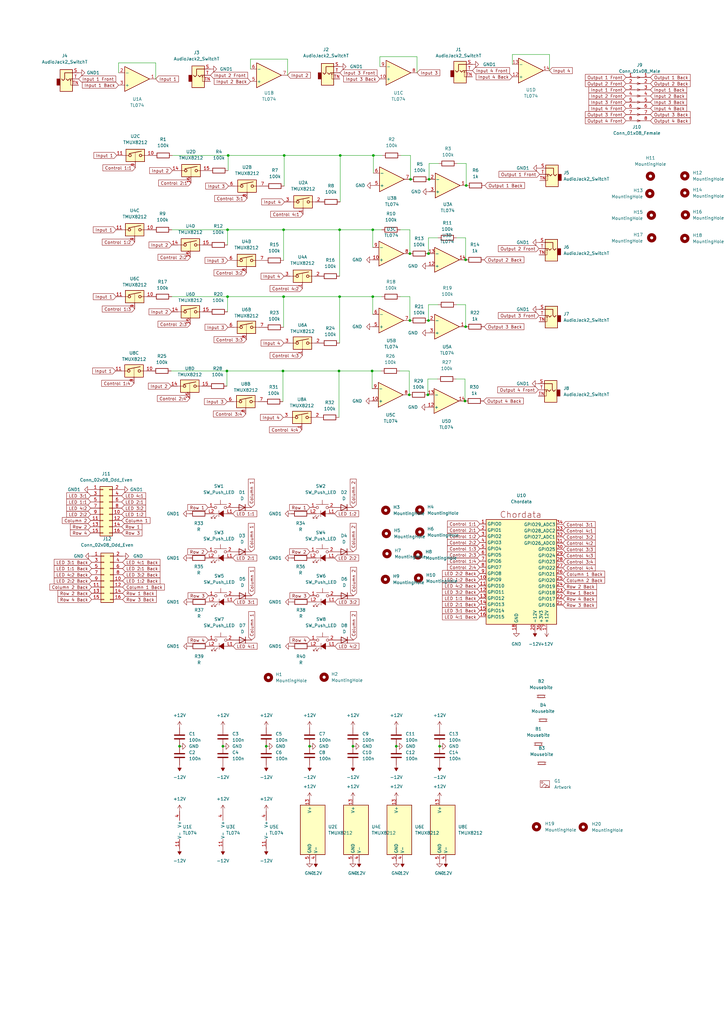
<source format=kicad_sch>
(kicad_sch (version 20211123) (generator eeschema)
  (paper "A3" portrait)
  (junction (at 93.345 121.666))
  (junction (at 93.345 94.234))
  (junction (at 144.78 306.07))
  (junction (at 91.44 306.07))
  (junction (at 127 306.07))
  (junction (at 191.262 76.073))
  (junction (at 168.148 131.445))
  (junction (at 168.148 104.013))
  (junction (at 139.065 152.146))
  (junction (at 109.22 306.07))
  (junction (at 153.162 63.754))
  (junction (at 162.56 306.07))
  (junction (at 116.332 94.234))
  (junction (at 176.022 73.533))
  (junction (at 191.008 133.985))
  (junction (at 116.078 152.146))
  (junction (at 93.599 63.754))
  (junction (at 152.654 152.146))
  (junction (at 139.573 63.754))
  (junction (at 175.768 104.013))
  (junction (at 191.008 106.553))
  (junction (at 175.514 161.925))
  (junction (at 152.908 94.234))
  (junction (at 180.34 306.07))
  (junction (at 139.319 94.234))
  (junction (at 116.332 121.666))
  (junction (at 175.768 131.445))
  (junction (at 167.894 161.925))
  (junction (at 93.091 152.146))
  (junction (at 190.754 164.465))
  (junction (at 139.319 121.666))
  (junction (at 116.586 63.754))
  (junction (at 73.66 306.07))
  (junction (at 152.908 121.666))
  (junction (at 168.402 73.533))
  (wire (pts (xy 93.345 121.666) (xy 93.345 127.889)))
  (wire (pts (xy 175.768 97.536) (xy 175.768 104.013)))
  (wire (pts (xy 93.345 94.234) (xy 93.345 100.457)))
  (wire (pts (xy 139.319 121.666) (xy 116.332 121.666)))
  (wire (pts (xy 116.332 121.666) (xy 93.345 121.666)))
  (wire (pts (xy 139.573 63.754) (xy 153.162 63.754)))
  (wire (pts (xy 179.705 124.968) (xy 175.768 124.968)))
  (wire (pts (xy 179.705 97.536) (xy 175.768 97.536)))
  (wire (pts (xy 139.065 152.146) (xy 116.078 152.146)))
  (wire (pts (xy 116.078 152.146) (xy 93.091 152.146)))
  (wire (pts (xy 139.319 121.666) (xy 152.908 121.666)))
  (wire (pts (xy 176.022 67.056) (xy 176.022 73.533)))
  (wire (pts (xy 139.573 63.754) (xy 116.586 63.754)))
  (wire (pts (xy 139.065 171.196) (xy 139.065 152.146)))
  (wire (pts (xy 191.008 124.968) (xy 191.008 133.985)))
  (wire (pts (xy 168.148 121.666) (xy 164.211 121.666)))
  (wire (pts (xy 171.069 23.241) (xy 155.829 23.241)))
  (wire (pts (xy 175.768 124.968) (xy 175.768 131.445)))
  (wire (pts (xy 116.332 106.807) (xy 116.332 94.234)))
  (wire (pts (xy 156.845 63.754) (xy 153.162 63.754)))
  (wire (pts (xy 167.894 152.146) (xy 167.894 161.925)))
  (wire (pts (xy 152.908 121.666) (xy 152.908 128.905)))
  (wire (pts (xy 179.959 67.056) (xy 176.022 67.056)))
  (wire (pts (xy 156.591 94.234) (xy 152.908 94.234)))
  (wire (pts (xy 48.641 25.781) (xy 48.641 29.845)))
  (wire (pts (xy 191.008 124.968) (xy 187.325 124.968)))
  (wire (pts (xy 175.514 155.448) (xy 175.514 161.925)))
  (wire (pts (xy 139.573 82.804) (xy 139.573 63.754)))
  (wire (pts (xy 190.754 155.448) (xy 187.071 155.448)))
  (wire (pts (xy 156.591 121.666) (xy 152.908 121.666)))
  (wire (pts (xy 225.425 28.956) (xy 225.425 22.352)))
  (wire (pts (xy 63.881 32.385) (xy 63.881 25.781)))
  (wire (pts (xy 117.983 30.861) (xy 117.983 24.257)))
  (wire (pts (xy 179.451 155.448) (xy 175.514 155.448)))
  (wire (pts (xy 102.743 24.257) (xy 102.743 28.321)))
  (wire (pts (xy 168.402 63.754) (xy 168.402 73.533)))
  (wire (pts (xy 168.402 63.754) (xy 164.465 63.754)))
  (wire (pts (xy 116.332 94.234) (xy 93.345 94.234)))
  (wire (pts (xy 70.485 121.666) (xy 93.345 121.666)))
  (wire (pts (xy 191.008 97.536) (xy 191.008 106.553)))
  (wire (pts (xy 139.319 113.284) (xy 139.319 94.234)))
  (wire (pts (xy 116.332 134.239) (xy 116.332 121.666)))
  (wire (pts (xy 70.739 63.754) (xy 93.599 63.754)))
  (wire (pts (xy 168.148 94.234) (xy 168.148 104.013)))
  (wire (pts (xy 70.231 152.146) (xy 93.091 152.146)))
  (wire (pts (xy 167.894 152.146) (xy 163.957 152.146)))
  (wire (pts (xy 139.319 94.234) (xy 152.908 94.234)))
  (wire (pts (xy 152.654 152.146) (xy 152.654 159.385)))
  (wire (pts (xy 70.485 94.234) (xy 93.345 94.234)))
  (wire (pts (xy 171.069 29.845) (xy 171.069 23.241)))
  (wire (pts (xy 190.754 155.448) (xy 190.754 164.465)))
  (wire (pts (xy 93.091 152.146) (xy 93.091 158.369)))
  (wire (pts (xy 152.908 94.234) (xy 152.908 101.473)))
  (wire (pts (xy 155.829 23.241) (xy 155.829 27.305)))
  (wire (pts (xy 93.599 63.754) (xy 93.599 69.977)))
  (wire (pts (xy 139.319 94.234) (xy 116.332 94.234)))
  (wire (pts (xy 210.185 22.352) (xy 210.185 26.416)))
  (wire (pts (xy 191.008 97.536) (xy 187.325 97.536)))
  (wire (pts (xy 153.162 63.754) (xy 153.162 70.993)))
  (wire (pts (xy 168.148 94.234) (xy 164.211 94.234)))
  (wire (pts (xy 139.065 152.146) (xy 152.654 152.146)))
  (wire (pts (xy 156.337 152.146) (xy 152.654 152.146)))
  (wire (pts (xy 168.148 121.666) (xy 168.148 131.445)))
  (wire (pts (xy 191.262 67.056) (xy 191.262 76.073)))
  (wire (pts (xy 225.425 22.352) (xy 210.185 22.352)))
  (wire (pts (xy 117.983 24.257) (xy 102.743 24.257)))
  (wire (pts (xy 116.586 63.754) (xy 93.599 63.754)))
  (wire (pts (xy 139.319 140.716) (xy 139.319 121.666)))
  (wire (pts (xy 63.881 25.781) (xy 48.641 25.781)))
  (wire (pts (xy 116.078 164.719) (xy 116.078 152.146)))
  (wire (pts (xy 191.262 67.056) (xy 187.579 67.056)))
  (wire (pts (xy 116.586 76.327) (xy 116.586 63.754)))
  (global_label "Control 3:2" (shape input) (at 101.092 111.887 180) (property "Intersheet References" "${INTERSHEET_REFS}" (effects hide)))
  (global_label "Column 1" (shape input) (at 103.124 208.153 90) (property "Intersheet References" "${INTERSHEET_REFS}" (effects hide)))
  (global_label "Input 2 Back" (shape input) (at 102.743 33.401 180) (property "Intersheet References" "${INTERSHEET_REFS}" (effects hide)))
  (global_label "Control 2:4" (shape input) (at 196.85 232.664 180) (property "Intersheet References" "${INTERSHEET_REFS}" (effects hide)))
  (global_label "LED 2:1" (shape input) (at 49.911 205.867 0) (property "Intersheet References" "${INTERSHEET_REFS}" (effects hide)))
  (global_label "Column 1" (shape input) (at 103.251 262.509 90) (property "Intersheet References" "${INTERSHEET_REFS}" (effects hide)))
  (global_label "Row 4" (shape input) (at 85.471 262.509 180) (property "Intersheet References" "${INTERSHEET_REFS}" (effects hide)))
  (global_label "Input 2 Front" (shape input) (at 256.794 39.37 180) (property "Intersheet References" "${INTERSHEET_REFS}" (effects hide)))
  (global_label "Input 2 Front" (shape input) (at 86.36 30.861 0) (property "Intersheet References" "${INTERSHEET_REFS}" (effects hide)))
  (global_label "Input 4 Front" (shape input) (at 256.794 44.45 180) (property "Intersheet References" "${INTERSHEET_REFS}" (effects hide)))
  (global_label "Input 4" (shape input) (at 116.459 140.716 180) (property "Intersheet References" "${INTERSHEET_REFS}" (effects hide)))
  (global_label "Column 1" (shape input) (at 49.911 213.487 0) (property "Intersheet References" "${INTERSHEET_REFS}" (effects hide)))
  (global_label "Output 2 Front" (shape input) (at 221.107 101.981 180) (property "Intersheet References" "${INTERSHEET_REFS}" (effects hide)))
  (global_label "Input 3" (shape input) (at 93.472 106.807 180) (property "Intersheet References" "${INTERSHEET_REFS}" (effects hide)))
  (global_label "Control 2:4" (shape input) (at 77.851 163.449 180) (property "Intersheet References" "${INTERSHEET_REFS}" (effects hide)))
  (global_label "Input 4 Back" (shape input) (at 210.185 31.496 180) (property "Intersheet References" "${INTERSHEET_REFS}" (effects hide)))
  (global_label "Output 2 Front" (shape input) (at 256.794 34.29 180) (property "Intersheet References" "${INTERSHEET_REFS}" (effects hide)))
  (global_label "Control 4:3" (shape input) (at 124.079 145.796 180) (property "Intersheet References" "${INTERSHEET_REFS}" (effects hide)))
  (global_label "LED 1:2 Back" (shape input) (at 196.85 237.744 180) (property "Intersheet References" "${INTERSHEET_REFS}" (effects hide)))
  (global_label "Input 1" (shape input) (at 63.881 32.385 0) (property "Intersheet References" "${INTERSHEET_REFS}" (effects hide)))
  (global_label "LED 3:2 Back" (shape input) (at 196.85 242.824 180) (property "Intersheet References" "${INTERSHEET_REFS}" (effects hide)))
  (global_label "LED 3:1" (shape input) (at 37.211 203.327 180) (property "Intersheet References" "${INTERSHEET_REFS}" (effects hide)))
  (global_label "LED 3:2 Back" (shape input) (at 50.292 235.712 0) (property "Intersheet References" "${INTERSHEET_REFS}" (effects hide)))
  (global_label "LED 4:2" (shape input) (at 137.414 265.049 0) (property "Intersheet References" "${INTERSHEET_REFS}" (effects hide)))
  (global_label "Output 1 Front" (shape input) (at 256.794 31.75 180) (property "Intersheet References" "${INTERSHEET_REFS}" (effects hide)))
  (global_label "Control 3:4" (shape input) (at 230.886 230.378 0) (property "Intersheet References" "${INTERSHEET_REFS}" (effects hide)))
  (global_label "LED 1:1 Back" (shape input) (at 196.85 245.364 180) (property "Intersheet References" "${INTERSHEET_REFS}" (effects hide)))
  (global_label "Input 2" (shape input) (at 117.983 30.861 0) (property "Intersheet References" "${INTERSHEET_REFS}" (effects hide)))
  (global_label "Input 3 Back" (shape input) (at 155.829 32.385 180) (property "Intersheet References" "${INTERSHEET_REFS}" (effects hide)))
  (global_label "LED 2:1 Back" (shape input) (at 196.85 247.904 180) (property "Intersheet References" "${INTERSHEET_REFS}" (effects hide)))
  (global_label "Control 3:3" (shape input) (at 101.092 139.319 180) (property "Intersheet References" "${INTERSHEET_REFS}" (effects hide)))
  (global_label "Row 1 Back" (shape input) (at 230.886 243.078 0) (property "Intersheet References" "${INTERSHEET_REFS}" (effects hide)))
  (global_label "Output 1 Front" (shape input) (at 221.361 71.501 180) (property "Intersheet References" "${INTERSHEET_REFS}" (effects hide)))
  (global_label "Column 2" (shape input) (at 145.034 262.509 90) (property "Intersheet References" "${INTERSHEET_REFS}" (effects hide)))
  (global_label "Input 4" (shape input) (at 225.425 28.956 0) (property "Intersheet References" "${INTERSHEET_REFS}" (effects hide)))
  (global_label "LED 1:1" (shape input) (at 95.504 210.693 0) (property "Intersheet References" "${INTERSHEET_REFS}" (effects hide)))
  (global_label "Control 2:3" (shape input) (at 196.85 227.584 180) (property "Intersheet References" "${INTERSHEET_REFS}" (effects hide)))
  (global_label "Column 2" (shape input) (at 144.907 226.314 90) (property "Intersheet References" "${INTERSHEET_REFS}" (effects hide)))
  (global_label "Row 2 Back" (shape input) (at 37.592 243.332 180) (property "Intersheet References" "${INTERSHEET_REFS}" (effects hide)))
  (global_label "Row 4" (shape input) (at 127.254 262.509 180) (property "Intersheet References" "${INTERSHEET_REFS}" (effects hide)))
  (global_label "Input 3 Front" (shape input) (at 139.446 29.845 0) (property "Intersheet References" "${INTERSHEET_REFS}" (effects hide)))
  (global_label "Input 4 Back" (shape input) (at 266.827 44.45 0) (property "Intersheet References" "${INTERSHEET_REFS}" (effects hide)))
  (global_label "LED 4:2" (shape input) (at 37.211 208.407 180) (property "Intersheet References" "${INTERSHEET_REFS}" (effects hide)))
  (global_label "Control 4:4" (shape input) (at 123.825 176.276 180) (property "Intersheet References" "${INTERSHEET_REFS}" (effects hide)))
  (global_label "Control 3:2" (shape input) (at 230.886 220.218 0) (property "Intersheet References" "${INTERSHEET_REFS}" (effects hide)))
  (global_label "Control 1:3" (shape input) (at 55.245 126.746 180) (property "Intersheet References" "${INTERSHEET_REFS}" (effects hide)))
  (global_label "Column 2" (shape input) (at 37.211 213.487 180) (property "Intersheet References" "${INTERSHEET_REFS}" (effects hide)))
  (global_label "Control 1:2" (shape input) (at 196.85 219.964 180) (property "Intersheet References" "${INTERSHEET_REFS}" (effects hide)))
  (global_label "Control 1:2" (shape input) (at 55.245 99.314 180) (property "Intersheet References" "${INTERSHEET_REFS}" (effects hide)))
  (global_label "Row 1" (shape input) (at 49.911 216.027 0) (property "Intersheet References" "${INTERSHEET_REFS}" (effects hide)))
  (global_label "LED 3:1" (shape input) (at 95.631 246.888 0) (property "Intersheet References" "${INTERSHEET_REFS}" (effects hide)))
  (global_label "Control 4:3" (shape input) (at 230.886 227.838 0) (property "Intersheet References" "${INTERSHEET_REFS}" (effects hide)))
  (global_label "Control 1:4" (shape input) (at 196.85 230.124 180) (property "Intersheet References" "${INTERSHEET_REFS}" (effects hide)))
  (global_label "Input 3" (shape input) (at 171.069 29.845 0) (property "Intersheet References" "${INTERSHEET_REFS}" (effects hide)))
  (global_label "LED 4:1 Back" (shape input) (at 50.292 230.632 0) (property "Intersheet References" "${INTERSHEET_REFS}" (effects hide)))
  (global_label "Row 2" (shape input) (at 85.344 226.314 180) (property "Intersheet References" "${INTERSHEET_REFS}" (effects hide)))
  (global_label "Input 3 Back" (shape input) (at 266.827 41.91 0) (property "Intersheet References" "${INTERSHEET_REFS}" (effects hide)))
  (global_label "Input 1 Back" (shape input) (at 266.827 36.83 0) (property "Intersheet References" "${INTERSHEET_REFS}" (effects hide)))
  (global_label "Row 1" (shape input) (at 127.127 208.153 180) (property "Intersheet References" "${INTERSHEET_REFS}" (effects hide)))
  (global_label "Input 1 Back" (shape input) (at 48.641 34.925 180) (property "Intersheet References" "${INTERSHEET_REFS}" (effects hide)))
  (global_label "LED 4:2 Back" (shape input) (at 196.85 240.284 180) (property "Intersheet References" "${INTERSHEET_REFS}" (effects hide)))
  (global_label "Row 4 Back" (shape input) (at 230.886 245.618 0) (property "Intersheet References" "${INTERSHEET_REFS}" (effects hide)))
  (global_label "Control 4:4" (shape input) (at 230.886 232.918 0) (property "Intersheet References" "${INTERSHEET_REFS}" (effects hide)))
  (global_label "Output 2 Back" (shape input) (at 266.827 34.29 0) (property "Intersheet References" "${INTERSHEET_REFS}" (effects hide)))
  (global_label "Control 2:1" (shape input) (at 196.85 217.424 180) (property "Intersheet References" "${INTERSHEET_REFS}" (effects hide)))
  (global_label "Input 2" (shape input) (at 70.739 69.977 180) (property "Intersheet References" "${INTERSHEET_REFS}" (effects hide)))
  (global_label "Control 1:3" (shape input) (at 196.85 225.044 180) (property "Intersheet References" "${INTERSHEET_REFS}" (effects hide)))
  (global_label "Row 3 Back" (shape input) (at 50.292 245.872 0) (property "Intersheet References" "${INTERSHEET_REFS}" (effects hide)))
  (global_label "Column 1" (shape input) (at 103.124 226.314 90) (property "Intersheet References" "${INTERSHEET_REFS}" (effects hide)))
  (global_label "Input 4" (shape input) (at 116.459 113.284 180) (property "Intersheet References" "${INTERSHEET_REFS}" (effects hide)))
  (global_label "Input 1" (shape input) (at 47.879 63.754 180) (property "Intersheet References" "${INTERSHEET_REFS}" (effects hide)))
  (global_label "Input 4" (shape input) (at 116.713 82.804 180) (property "Intersheet References" "${INTERSHEET_REFS}" (effects hide)))
  (global_label "LED 2:2" (shape input) (at 137.287 228.854 0) (property "Intersheet References" "${INTERSHEET_REFS}" (effects hide)))
  (global_label "Control 3:1" (shape input) (at 101.346 81.407 180) (property "Intersheet References" "${INTERSHEET_REFS}" (effects hide)))
  (global_label "LED 1:1 Back" (shape input) (at 37.592 233.172 180) (property "Intersheet References" "${INTERSHEET_REFS}" (effects hide)))
  (global_label "LED 3:1 Back" (shape input) (at 37.592 230.632 180) (property "Intersheet References" "${INTERSHEET_REFS}" (effects hide)))
  (global_label "Row 3" (shape input) (at 49.911 218.567 0) (property "Intersheet References" "${INTERSHEET_REFS}" (effects hide)))
  (global_label "Column 1 Back" (shape input) (at 230.886 235.458 0) (property "Intersheet References" "${INTERSHEET_REFS}" (effects hide)))
  (global_label "Output 4 Back" (shape input) (at 198.374 164.465 0) (property "Intersheet References" "${INTERSHEET_REFS}" (effects hide)))
  (global_label "Row 3 Back" (shape input) (at 230.886 248.158 0) (property "Intersheet References" "${INTERSHEET_REFS}" (effects hide)))
  (global_label "Control 1:1" (shape input) (at 55.499 68.834 180) (property "Intersheet References" "${INTERSHEET_REFS}" (effects hide)))
  (global_label "Control 2:1" (shape input) (at 78.359 75.057 180) (property "Intersheet References" "${INTERSHEET_REFS}" (effects hide)))
  (global_label "LED 4:1" (shape input) (at 95.631 265.049 0) (property "Intersheet References" "${INTERSHEET_REFS}" (effects hide)))
  (global_label "Column 1" (shape input) (at 103.251 244.348 90) (property "Intersheet References" "${INTERSHEET_REFS}" (effects hide)))
  (global_label "Input 3 Front" (shape input) (at 256.794 41.91 180) (property "Intersheet References" "${INTERSHEET_REFS}" (effects hide)))
  (global_label "Input 1 Front" (shape input) (at 32.258 32.385 0) (property "Intersheet References" "${INTERSHEET_REFS}" (effects hide)))
  (global_label "Input 4" (shape input) (at 116.205 171.196 180) (property "Intersheet References" "${INTERSHEET_REFS}" (effects hide)))
  (global_label "Column 2 Back" (shape input) (at 37.592 240.792 180) (property "Intersheet References" "${INTERSHEET_REFS}" (effects hide)))
  (global_label "Control 4:1" (shape input) (at 124.333 87.884 180) (property "Intersheet References" "${INTERSHEET_REFS}" (effects hide)))
  (global_label "Output 3 Front" (shape input) (at 221.107 129.413 180) (property "Intersheet References" "${INTERSHEET_REFS}" (effects hide)))
  (global_label "Control 3:3" (shape input) (at 230.886 225.298 0) (property "Intersheet References" "${INTERSHEET_REFS}" (effects hide)))
  (global_label "LED 3:1 Back" (shape input) (at 196.85 250.444 180) (property "Intersheet References" "${INTERSHEET_REFS}" (effects hide)))
  (global_label "LED 2:2 Back" (shape input) (at 37.592 238.252 180) (property "Intersheet References" "${INTERSHEET_REFS}" (effects hide)))
  (global_label "Row 4" (shape input) (at 37.211 218.567 180) (property "Intersheet References" "${INTERSHEET_REFS}" (effects hide)))
  (global_label "LED 1:1" (shape input) (at 37.211 205.867 180) (property "Intersheet References" "${INTERSHEET_REFS}" (effects hide)))
  (global_label "Column 1 Back" (shape input) (at 50.292 240.792 0) (property "Intersheet References" "${INTERSHEET_REFS}" (effects hide)))
  (global_label "LED 1:2" (shape input) (at 49.911 210.947 0) (property "Intersheet References" "${INTERSHEET_REFS}" (effects hide)))
  (global_label "Input 1" (shape input) (at 47.625 94.234 180) (property "Intersheet References" "${INTERSHEET_REFS}" (effects hide)))
  (global_label "Input 1" (shape input) (at 47.371 152.146 180) (property "Intersheet References" "${INTERSHEET_REFS}" (effects hide)))
  (global_label "Row 2" (shape input) (at 127.127 226.314 180) (property "Intersheet References" "${INTERSHEET_REFS}" (effects hide)))
  (global_label "Output 1 Back" (shape input) (at 266.827 31.75 0) (property "Intersheet References" "${INTERSHEET_REFS}" (effects hide)))
  (global_label "LED 2:1" (shape input) (at 95.504 228.854 0) (property "Intersheet References" "${INTERSHEET_REFS}" (effects hide)))
  (global_label "LED 3:2" (shape input) (at 137.414 246.888 0) (property "Intersheet References" "${INTERSHEET_REFS}" (effects hide)))
  (global_label "Output 2 Back" (shape input) (at 198.628 106.553 0) (property "Intersheet References" "${INTERSHEET_REFS}" (effects hide)))
  (global_label "Input 2 Back" (shape input) (at 266.827 39.37 0) (property "Intersheet References" "${INTERSHEET_REFS}" (effects hide)))
  (global_label "Column 2 Back" (shape input) (at 230.886 237.998 0) (property "Intersheet References" "${INTERSHEET_REFS}" (effects hide)))
  (global_label "Column 2" (shape input) (at 145.034 244.348 90) (property "Intersheet References" "${INTERSHEET_REFS}" (effects hide)))
  (global_label "LED 1:2" (shape input) (at 137.287 210.693 0) (property "Intersheet References" "${INTERSHEET_REFS}" (effects hide)))
  (global_label "Input 3" (shape input) (at 93.726 76.327 180) (property "Intersheet References" "${INTERSHEET_REFS}" (effects hide)))
  (global_label "LED 3:2" (shape input) (at 49.911 208.407 0) (property "Intersheet References" "${INTERSHEET_REFS}" (effects hide)))
  (global_label "Input 2" (shape input) (at 70.485 100.457 180) (property "Intersheet References" "${INTERSHEET_REFS}" (effects hide)))
  (global_label "LED 4:1" (shape input) (at 49.911 203.327 0) (property "Intersheet References" "${INTERSHEET_REFS}" (effects hide)))
  (global_label "LED 1:2 Back" (shape input) (at 50.292 238.252 0) (property "Intersheet References" "${INTERSHEET_REFS}" (effects hide)))
  (global_label "Input 4 Front" (shape input) (at 193.802 28.956 0) (property "Intersheet References" "${INTERSHEET_REFS}" (effects hide)))
  (global_label "Control 2:2" (shape input) (at 196.85 222.504 180) (property "Intersheet References" "${INTERSHEET_REFS}" (effects hide)))
  (global_label "Control 3:1" (shape input) (at 230.886 215.138 0) (property "Intersheet References" "${INTERSHEET_REFS}" (effects hide)))
  (global_label "LED 4:1 Back" (shape input) (at 196.85 252.984 180) (property "Intersheet References" "${INTERSHEET_REFS}" (effects hide)))
  (global_label "Control 4:2" (shape input) (at 230.886 222.758 0) (property "Intersheet References" "${INTERSHEET_REFS}" (effects hide)))
  (global_label "LED 2:2 Back" (shape input) (at 196.85 235.204 180) (property "Intersheet References" "${INTERSHEET_REFS}" (effects hide)))
  (global_label "Row 2" (shape input) (at 37.211 216.027 180) (property "Intersheet References" "${INTERSHEET_REFS}" (effects hide)))
  (global_label "Output 4 Back" (shape input) (at 266.827 49.53 0) (property "Intersheet References" "${INTERSHEET_REFS}" (effects hide)))
  (global_label "LED 2:1 Back" (shape input) (at 50.292 233.172 0) (property "Intersheet References" "${INTERSHEET_REFS}" (effects hide)))
  (global_label "LED 4:2 Back" (shape input) (at 37.592 235.712 180) (property "Intersheet References" "${INTERSHEET_REFS}" (effects hide)))
  (global_label "Row 2 Back" (shape input) (at 230.886 240.538 0) (property "Intersheet References" "${INTERSHEET_REFS}" (effects hide)))
  (global_label "Row 4 Back" (shape input) (at 37.592 245.872 180) (property "Intersheet References" "${INTERSHEET_REFS}" (effects hide)))
  (global_label "Control 2:2" (shape input) (at 78.105 105.537 180) (property "Intersheet References" "${INTERSHEET_REFS}" (effects hide)))
  (global_label "Column 2" (shape input) (at 144.907 208.153 90) (property "Intersheet References" "${INTERSHEET_REFS}" (effects hide)))
  (global_label "Output 4 Front" (shape input) (at 220.853 159.893 180) (property "Intersheet References" "${INTERSHEET_REFS}" (effects hide)))
  (global_label "Output 1 Back" (shape input) (at 198.882 76.073 0) (property "Intersheet References" "${INTERSHEET_REFS}" (effects hide)))
  (global_label "Row 3" (shape input) (at 85.471 244.348 180) (property "Intersheet References" "${INTERSHEET_REFS}" (effects hide)))
  (global_label "Control 4:2" (shape input) (at 124.079 118.364 180) (property "Intersheet References" "${INTERSHEET_REFS}" (effects hide)))
  (global_label "Control 1:1" (shape input) (at 196.85 214.884 180) (property "Intersheet References" "${INTERSHEET_REFS}" (effects hide)))
  (global_label "Output 3 Back" (shape input) (at 266.827 46.99 0) (property "Intersheet References" "${INTERSHEET_REFS}" (effects hide)))
  (global_label "Input 3" (shape input) (at 93.218 164.719 180) (property "Intersheet References" "${INTERSHEET_REFS}" (effects hide)))
  (global_label "Input 1" (shape input) (at 47.625 121.666 180) (property "Intersheet References" "${INTERSHEET_REFS}" (effects hide)))
  (global_label "Control 3:4" (shape input) (at 100.838 169.799 180) (property "Intersheet References" "${INTERSHEET_REFS}" (effects hide)))
  (global_label "Input 3" (shape input) (at 93.472 134.239 180) (property "Intersheet References" "${INTERSHEET_REFS}" (effects hide)))
  (global_label "Output 3 Back" (shape input) (at 198.628 133.985 0) (property "Intersheet References" "${INTERSHEET_REFS}" (effects hide)))
  (global_label "Input 2" (shape input) (at 70.231 158.369 180) (property "Intersheet References" "${INTERSHEET_REFS}" (effects hide)))
  (global_label "Row 1 Back" (shape input) (at 50.292 243.332 0) (property "Intersheet References" "${INTERSHEET_REFS}" (effects hide)))
  (global_label "Row 1" (shape input) (at 85.344 208.153 180) (property "Intersheet References" "${INTERSHEET_REFS}" (effects hide)))
  (global_label "Input 2" (shape input) (at 70.485 127.889 180) (property "Intersheet References" "${INTERSHEET_REFS}" (effects hide)))
  (global_label "Control 1:4" (shape input) (at 54.991 157.226 180) (property "Intersheet References" "${INTERSHEET_REFS}" (effects hide)))
  (global_label "Output 4 Front" (shape input) (at 256.794 49.53 180) (property "Intersheet References" "${INTERSHEET_REFS}" (effects hide)))
  (global_label "Control 4:1" (shape input) (at 230.886 217.678 0) (property "Intersheet References" "${INTERSHEET_REFS}" (effects hide)))
  (global_label "Output 3 Front" (shape input) (at 256.794 46.99 180) (property "Intersheet References" "${INTERSHEET_REFS}" (effects hide)))
  (global_label "LED 2:2" (shape input) (at 37.211 210.947 180) (property "Intersheet References" "${INTERSHEET_REFS}" (effects hide)))
  (global_label "Row 3" (shape input) (at 127.254 244.348 180) (property "Intersheet References" "${INTERSHEET_REFS}" (effects hide)))
  (global_label "Input 1 Front" (shape input) (at 256.794 36.83 180) (property "Intersheet References" "${INTERSHEET_REFS}" (effects hide)))
  (global_label "Control 2:3" (shape input) (at 78.105 132.969 180) (property "Intersheet References" "${INTERSHEET_REFS}" (effects hide)))
  (symbol (lib_id "power:GND1") (at 77.724 228.854 270) (mirror x) (unit 1)
    (property "Reference" "#PWR030" (effects hide))
    (property "Value" "GND1" (at 73.66 228.8539 90) (effects (justify right)))
  )
  (symbol (lib_id "Device:R") (at 171.958 104.013 90) (unit 1)
    (property "Reference" "R13" (at 171.958 97.79 90))
    (property "Value" "100k" (at 171.958 100.33 90))
    (property "Footprint" "Resistor_SMD:R_0805_2012Metric" (effects hide))
  )
  (symbol (lib_id "power:GND1") (at 139.446 27.305 90) (unit 1)
    (property "Reference" "#PWR02" (effects hide))
    (property "Value" "GND1" (at 143.51 27.3049 90) (effects (justify right)))
  )
  (symbol (lib_id "Connector:AudioJack2_SwitchT") (at 226.187 101.981 0) (mirror y) (unit 1)
    (property "Reference" "J6" (at 231.14 101.3459 0) (effects (justify right)))
    (property "Value" "AudioJack2_SwitchT" (at 231.14 103.8859 0) (effects (justify right)))
    (property "Footprint" "Pale Slim Ghost:Jack_3.5mm_QingPu_WQP-PJ398SM_Vertical" (effects hide))
  )
  (symbol (lib_id "power:-12V") (at 219.456 258.572 180) (unit 1)
    (property "Reference" "#PWR028" (effects hide))
    (property "Value" "-12V" (at 219.456 264.16 0))
  )
  (symbol (lib_id "Device:R") (at 81.534 210.693 270) (unit 1)
    (property "Reference" "R33" (at 81.534 214.63 90))
    (property "Value" "R" (at 81.534 217.17 90))
    (property "Footprint" "Resistor_SMD:R_0805_2012Metric" (effects hide))
  )
  (symbol (lib_id "Pale Slim Ghost:TMUX8212") (at 55.499 63.754 0) (unit 3)
    (property "Reference" "U2" (at 55.499 55.88 0))
    (property "Value" "TMUX8212" (at 55.499 58.42 0))
    (property "Footprint" "Package_SO:TSSOP-16_4.4x5mm_P0.65mm" (effects hide))
    (property "Datasheet" "https://www.ti.com/lit/ds/symlink/tmux8212.pdf?HQS=dis-mous-null-mousermode-dsf-pf-null-wwe&ts=1672674573108&ref_url=https%253A%252F%252Fwww.mouser.co.uk%252F" (effects hide))
  )
  (symbol (lib_id "Mechanical:MountingHole") (at 267.335 97.536 0) (unit 1)
    (property "Reference" "H17" (at 263.779 96.2659 0) (effects (justify right)))
    (property "Value" "MountingHole" (at 263.779 98.8059 0) (effects (justify right)))
    (property "Footprint" "Pale Slim Ghost:hole 6mm (jack panel)" (effects hide))
  )
  (symbol (lib_id "Device:C") (at 180.34 309.88 0) (unit 1)
    (property "Reference" "C14" (at 184.15 308.6099 0) (effects (justify left)))
    (property "Value" "100n" (at 184.15 311.1499 0) (effects (justify left)))
    (property "Footprint" "Capacitor_SMD:C_0805_2012Metric" (effects hide))
  )
  (symbol (lib_id "Mechanical:MountingHole") (at 266.827 72.263 0) (unit 1)
    (property "Reference" "H11" (at 266.827 64.77 0))
    (property "Value" "MountingHole" (at 266.827 67.31 0))
    (property "Footprint" "Pale Slim Ghost:hole 6mm (jack panel)" (effects hide))
  )
  (symbol (lib_id "Pale Slim Ghost:TMUX8212") (at 77.851 158.369 0) (unit 4)
    (property "Reference" "U8" (at 77.851 151.13 0))
    (property "Value" "TMUX8212" (at 77.851 153.67 0))
    (property "Footprint" "Package_SO:TSSOP-16_4.4x5mm_P0.65mm" (effects hide))
    (property "Datasheet" "https://www.ti.com/lit/ds/symlink/tmux8212.pdf?HQS=dis-mous-null-mousermode-dsf-pf-null-wwe&ts=1672674573108&ref_url=https%253A%252F%252Fwww.mouser.co.uk%252F" (effects hide))
  )
  (symbol (lib_id "Device:R") (at 183.769 67.056 90) (unit 1)
    (property "Reference" "R3" (at 183.769 60.96 90))
    (property "Value" "100k" (at 183.769 63.5 90))
    (property "Footprint" "Resistor_SMD:R_0805_2012Metric" (effects hide))
  )
  (symbol (lib_id "Pale Slim Ghost:Mousebite") (at 222.758 297.688 0) (unit 1) (in_bom no)
    (property "Reference" "B4" (at 222.758 289.179 0))
    (property "Value" "Mousebite" (at 222.758 291.719 0))
    (property "Footprint" "Pale Slim Ghost:mousebite-2.54x5.08mm" (effects hide))
  )
  (symbol (lib_id "Device:D") (at 141.224 244.348 180) (unit 1)
    (property "Reference" "D6" (at 141.224 237.49 0))
    (property "Value" "D" (at 141.224 240.03 0))
    (property "Footprint" "Diode_SMD:D_0805_2012Metric" (effects hide))
  )
  (symbol (lib_id "Mechanical:MountingHole") (at 239.268 339.217 0) (unit 1)
    (property "Reference" "H20" (at 242.697 337.9469 0) (effects (justify left)))
    (property "Value" "MountingHole" (at 242.697 340.4869 0) (effects (justify left)))
    (property "Footprint" "Pale Slim Ghost:eurorack panel mounting slot" (effects hide))
  )
  (symbol (lib_id "power:-12V") (at 73.66 347.98 180) (unit 1)
    (property "Reference" "#PWR072" (effects hide))
    (property "Value" "-12V" (at 73.66 353.06 0))
  )
  (symbol (lib_id "Pale Slim Ghost:TMUX8212") (at 78.105 100.457 0) (unit 4)
    (property "Reference" "U4" (at 78.105 92.71 0))
    (property "Value" "TMUX8212" (at 78.105 95.25 0))
    (property "Footprint" "Package_SO:TSSOP-16_4.4x5mm_P0.65mm" (effects hide))
    (property "Datasheet" "https://www.ti.com/lit/ds/symlink/tmux8212.pdf?HQS=dis-mous-null-mousermode-dsf-pf-null-wwe&ts=1672674573108&ref_url=https%253A%252F%252Fwww.mouser.co.uk%252F" (effects hide))
  )
  (symbol (lib_id "power:GND") (at 162.56 306.07 90) (unit 1)
    (property "Reference" "#PWR048" (effects hide))
    (property "Value" "GND" (at 166.37 306.0699 90) (effects (justify right)))
  )
  (symbol (lib_id "Pale Slim Ghost:Mousebite") (at 220.853 307.467 0) (unit 1) (in_bom no)
    (property "Reference" "B1" (at 220.853 298.958 0))
    (property "Value" "Mousebite" (at 220.853 301.498 0))
    (property "Footprint" "Pale Slim Ghost:mousebite-2.54x5.08mm" (effects hide))
  )
  (symbol (lib_id "power:GND1") (at 86.36 28.321 90) (unit 1)
    (property "Reference" "#PWR03" (effects hide))
    (property "Value" "GND1" (at 90.17 28.3209 90) (effects (justify right)))
  )
  (symbol (lib_id "Pale Slim Ghost:TMUX8212") (at 54.991 152.146 0) (unit 3)
    (property "Reference" "U8" (at 54.991 144.78 0))
    (property "Value" "TMUX8212" (at 54.991 147.32 0))
    (property "Footprint" "Package_SO:TSSOP-16_4.4x5mm_P0.65mm" (effects hide))
    (property "Datasheet" "https://www.ti.com/lit/ds/symlink/tmux8212.pdf?HQS=dis-mous-null-mousermode-dsf-pf-null-wwe&ts=1672674573108&ref_url=https%253A%252F%252Fwww.mouser.co.uk%252F" (effects hide))
  )
  (symbol (lib_id "power:GND") (at 144.78 306.07 90) (unit 1)
    (property "Reference" "#PWR045" (effects hide))
    (property "Value" "GND" (at 148.59 306.0699 90) (effects (justify right)))
  )
  (symbol (lib_id "power:GND") (at 37.592 228.092 270) (unit 1)
    (property "Reference" "#PWR025" (effects hide))
    (property "Value" "GND" (at 34.29 228.0919 90) (effects (justify right)))
  )
  (symbol (lib_id "Mechanical:MountingHole") (at 132.969 277.749 0) (unit 1)
    (property "Reference" "H2" (at 135.89 276.4789 0) (effects (justify left)))
    (property "Value" "MountingHole" (at 135.89 279.0189 0) (effects (justify left)))
    (property "Footprint" "MountingHole:MountingHole_2.2mm_M2" (effects hide))
  )
  (symbol (lib_id "Amplifier_Operational:TL074") (at 183.388 133.985 0) (mirror x) (unit 1)
    (property "Reference" "U5" (at 183.388 142.24 0))
    (property "Value" "TL074" (at 183.388 144.78 0))
    (property "Footprint" "Pale Slim Ghost:TSOT-23-14" (effects hide))
    (property "Datasheet" "http://www.ti.com/lit/ds/symlink/tl071.pdf" (effects hide))
  )
  (symbol (lib_id "Connector:AudioJack2_SwitchT") (at 226.441 71.501 0) (mirror y) (unit 1)
    (property "Reference" "J5" (at 231.14 70.8659 0) (effects (justify right)))
    (property "Value" "AudioJack2_SwitchT" (at 231.14 73.4059 0) (effects (justify right)))
    (property "Footprint" "Pale Slim Ghost:Jack_3.5mm_QingPu_WQP-PJ398SM_Vertical" (effects hide))
  )
  (symbol (lib_id "Pale Slim Ghost:Chordata") (at 213.614 234.188 0) (unit 1)
    (property "Reference" "U10" (at 213.868 203.2 0))
    (property "Value" "Chordata" (at 213.868 205.74 0))
    (property "Footprint" "Pale Slim Ghost:Chordata" (effects hide))
  )
  (symbol (lib_name "SW_Push_LED_1") (lib_id "Switch:SW_Push_LED") (at 90.551 265.049 0) (unit 1)
    (property "Reference" "SW7" (at 89.916 254 0))
    (property "Value" "SW_Push_LED" (at 89.916 256.54 0))
    (property "Footprint" "Pale Slim Ghost:PB01-109TL" (effects hide))
  )
  (symbol (lib_id "power:+12V") (at 144.78 327.66 0) (unit 1)
    (property "Reference" "#PWR060" (effects hide))
    (property "Value" "+12V" (at 144.78 322.58 0))
  )
  (symbol (lib_id "power:GND1") (at 220.853 157.353 270) (mirror x) (unit 1)
    (property "Reference" "#PWR018" (effects hide))
    (property "Value" "GND1" (at 217.17 157.3529 90) (effects (justify right)))
  )
  (symbol (lib_id "Device:R") (at 123.317 210.693 270) (unit 1)
    (property "Reference" "R34" (at 123.317 214.63 90))
    (property "Value" "R" (at 123.317 217.17 90))
    (property "Footprint" "Resistor_SMD:R_0805_2012Metric" (effects hide))
  )
  (symbol (lib_id "Amplifier_Operational:TL074") (at 111.76 340.36 0) (unit 5)
    (property "Reference" "U5" (at 110.49 339.0899 0) (effects (justify left)))
    (property "Value" "TL074" (at 110.49 341.6299 0) (effects (justify left)))
    (property "Footprint" "Pale Slim Ghost:TSOT-23-14" (effects hide))
    (property "Datasheet" "http://www.ti.com/lit/ds/symlink/tl071.pdf" (effects hide))
  )
  (symbol (lib_id "Mechanical:MountingHole") (at 171.704 237.109 0) (unit 1)
    (property "Reference" "H10" (at 174.752 235.8389 0) (effects (justify left)))
    (property "Value" "MountingHole" (at 174.752 238.3789 0) (effects (justify left)))
    (property "Footprint" "Pale Slim Ghost:hole 6mm (jack panel)" (effects hide))
  )
  (symbol (lib_id "Device:R") (at 172.212 73.533 90) (unit 1)
    (property "Reference" "R5" (at 172.212 67.31 90))
    (property "Value" "100k" (at 172.212 69.85 90))
    (property "Footprint" "Resistor_SMD:R_0805_2012Metric" (effects hide))
  )
  (symbol (lib_id "Device:R") (at 160.147 152.146 90) (unit 1)
    (property "Reference" "R26" (at 160.147 146.05 90))
    (property "Value" "100k" (at 160.147 148.59 90))
    (property "Footprint" "Resistor_SMD:R_0805_2012Metric" (effects hide))
  )
  (symbol (lib_id "power:+12V") (at 109.22 298.45 0) (unit 1)
    (property "Reference" "#PWR038" (effects hide))
    (property "Value" "+12V" (at 109.22 293.37 0))
  )
  (symbol (lib_id "Device:R") (at 123.444 246.888 270) (unit 1)
    (property "Reference" "R38" (at 123.444 250.19 90))
    (property "Value" "R" (at 123.444 252.73 90))
    (property "Footprint" "Resistor_SMD:R_0805_2012Metric" (effects hide))
  )
  (symbol (lib_id "Device:R") (at 89.535 100.457 90) (unit 1)
    (property "Reference" "R12" (at 89.535 92.71 90))
    (property "Value" "100k" (at 89.535 95.25 90))
    (property "Footprint" "Resistor_SMD:R_0805_2012Metric" (effects hide))
  )
  (symbol (lib_id "Mechanical:MountingHole") (at 172.212 218.186 0) (unit 1)
    (property "Reference" "H6" (at 175.26 216.9159 0) (effects (justify left)))
    (property "Value" "MountingHole" (at 175.26 219.4559 0) (effects (justify left)))
    (property "Footprint" "Pale Slim Ghost:hole 6mm (jack panel)" (effects hide))
  )
  (symbol (lib_id "Device:R") (at 195.072 76.073 90) (unit 1)
    (property "Reference" "R6" (at 195.072 69.85 90))
    (property "Value" "1k" (at 195.072 72.39 90))
    (property "Footprint" "Resistor_SMD:R_0805_2012Metric" (effects hide))
  )
  (symbol (lib_id "Mechanical:MountingHole") (at 280.924 79.121 0) (unit 1)
    (property "Reference" "H14" (at 284.099 77.8509 0) (effects (justify left)))
    (property "Value" "MountingHole" (at 284.099 80.3909 0) (effects (justify left)))
    (property "Footprint" "Pale Slim Ghost:hole 6mm (jack panel)" (effects hide))
  )
  (symbol (lib_id "power:GND1") (at 77.851 265.049 270) (mirror x) (unit 1)
    (property "Reference" "#PWR083" (effects hide))
    (property "Value" "GND1" (at 73.66 265.0489 90) (effects (justify right)))
  )
  (symbol (lib_id "power:GND") (at 144.78 353.06 0) (unit 1)
    (property "Reference" "#PWR075" (effects hide))
    (property "Value" "GND" (at 144.78 358.14 0))
  )
  (symbol (lib_id "Device:R") (at 135.763 82.804 90) (unit 1)
    (property "Reference" "R8" (at 135.763 76.2 90))
    (property "Value" "100k" (at 135.763 78.74 90))
    (property "Footprint" "Resistor_SMD:R_0805_2012Metric" (effects hide))
  )
  (symbol (lib_id "Device:C") (at 144.78 309.88 0) (unit 1)
    (property "Reference" "C10" (at 148.59 308.6099 0) (effects (justify left)))
    (property "Value" "100n" (at 148.59 311.1499 0) (effects (justify left)))
    (property "Footprint" "Capacitor_SMD:C_0805_2012Metric" (effects hide))
  )
  (symbol (lib_id "Mechanical:MountingHole") (at 171.45 227.584 0) (unit 1)
    (property "Reference" "H8" (at 174.498 226.3139 0) (effects (justify left)))
    (property "Value" "MountingHole" (at 174.498 228.8539 0) (effects (justify left)))
    (property "Footprint" "Pale Slim Ghost:hole 6mm (jack panel)" (effects hide))
  )
  (symbol (lib_id "power:-12V") (at 162.56 313.69 180) (unit 1)
    (property "Reference" "#PWR049" (effects hide))
    (property "Value" "-12V" (at 162.56 318.77 0))
  )
  (symbol (lib_id "power:-12V") (at 165.1 353.06 180) (unit 1)
    (property "Reference" "#PWR078" (effects hide))
    (property "Value" "-12V" (at 165.1 358.14 0))
  )
  (symbol (lib_id "Amplifier_Operational:TL074") (at 76.2 340.36 0) (unit 5)
    (property "Reference" "U1" (at 74.93 339.0899 0) (effects (justify left)))
    (property "Value" "TL074" (at 74.93 341.6299 0) (effects (justify left)))
    (property "Footprint" "Pale Slim Ghost:TSOT-23-14" (effects hide))
    (property "Datasheet" "http://www.ti.com/lit/ds/symlink/tl071.pdf" (effects hide))
  )
  (symbol (lib_id "power:-12V") (at 182.88 353.06 180) (unit 1)
    (property "Reference" "#PWR080" (effects hide))
    (property "Value" "-12V" (at 182.88 358.14 0))
  )
  (symbol (lib_id "Device:R") (at 160.401 94.234 90) (unit 1)
    (property "Reference" "R10" (at 160.401 87.63 90))
    (property "Value" "100k" (at 160.401 90.17 90))
    (property "Footprint" "Resistor_SMD:R_0805_2012Metric" (effects hide))
  )
  (symbol (lib_id "power:GND") (at 153.162 76.073 270) (unit 1)
    (property "Reference" "#PWR010" (effects hide))
    (property "Value" "GND" (at 149.86 76.0729 90) (effects (justify right)))
  )
  (symbol (lib_id "Device:R") (at 160.655 63.754 90) (unit 1)
    (property "Reference" "R2" (at 160.655 57.15 90))
    (property "Value" "100k" (at 160.655 59.69 90))
    (property "Footprint" "Resistor_SMD:R_0805_2012Metric" (effects hide))
  )
  (symbol (lib_id "power:GND1") (at 37.211 200.787 270) (mirror x) (unit 1)
    (property "Reference" "#PWR021" (effects hide))
    (property "Value" "GND1" (at 33.02 200.7869 90) (effects (justify right)))
  )
  (symbol (lib_id "power:GND") (at 91.44 306.07 90) (unit 1)
    (property "Reference" "#PWR036" (effects hide))
    (property "Value" "GND" (at 95.25 306.0699 90) (effects (justify right)))
  )
  (symbol (lib_id "Connector_Generic:Conn_02x08_Odd_Even") (at 42.672 235.712 0) (unit 1)
    (property "Reference" "J12" (at 43.942 220.98 0))
    (property "Value" "Conn_02x08_Odd_Even" (at 43.942 223.52 0))
    (property "Footprint" "Connector_PinHeader_2.54mm:PinHeader_2x08_P2.54mm_Vertical" (effects hide))
  )
  (symbol (lib_id "power:GND") (at 180.34 353.06 0) (unit 1)
    (property "Reference" "#PWR079" (effects hide))
    (property "Value" "GND" (at 180.34 358.14 0))
  )
  (symbol (lib_id "Device:D") (at 99.441 244.348 180) (unit 1)
    (property "Reference" "D5" (at 99.441 237.49 0))
    (property "Value" "D" (at 99.441 240.03 0))
    (property "Footprint" "Diode_SMD:D_0805_2012Metric" (effects hide))
  )
  (symbol (lib_id "Pale Slim Ghost:Mousebite") (at 222.25 315.341 0) (unit 1) (in_bom no)
    (property "Reference" "B3" (at 222.25 306.832 0))
    (property "Value" "Mousebite" (at 222.25 309.372 0))
    (property "Footprint" "Pale Slim Ghost:mousebite-2.54x5.08mm" (effects hide))
  )
  (symbol (lib_id "Pale Slim Ghost:TMUX8212") (at 78.359 69.977 0) (unit 4)
    (property "Reference" "U2" (at 78.359 62.23 0))
    (property "Value" "TMUX8212" (at 78.359 64.77 0))
    (property "Footprint" "Package_SO:TSSOP-16_4.4x5mm_P0.65mm" (effects hide))
    (property "Datasheet" "https://www.ti.com/lit/ds/symlink/tmux8212.pdf?HQS=dis-mous-null-mousermode-dsf-pf-null-wwe&ts=1672674573108&ref_url=https%253A%252F%252Fwww.mouser.co.uk%252F" (effects hide))
  )
  (symbol (lib_id "power:GND") (at 175.768 136.525 270) (unit 1)
    (property "Reference" "#PWR017" (effects hide))
    (property "Value" "GND" (at 171.45 136.5249 90) (effects (justify right)))
  )
  (symbol (lib_id "Pale Slim Ghost:TMUX8212") (at 101.346 76.327 0) (unit 2)
    (property "Reference" "U2" (at 101.346 68.58 0))
    (property "Value" "TMUX8212" (at 101.346 71.12 0))
    (property "Footprint" "Package_SO:TSSOP-16_4.4x5mm_P0.65mm" (effects hide))
    (property "Datasheet" "https://www.ti.com/lit/ds/symlink/tmux8212.pdf?HQS=dis-mous-null-mousermode-dsf-pf-null-wwe&ts=1672674573108&ref_url=https%253A%252F%252Fwww.mouser.co.uk%252F" (effects hide))
  )
  (symbol (lib_id "Device:C") (at 73.66 309.88 0) (unit 1)
    (property "Reference" "C2" (at 77.47 308.6099 0) (effects (justify left)))
    (property "Value" "100n" (at 77.47 311.1499 0) (effects (justify left)))
    (property "Footprint" "Capacitor_SMD:C_0805_2012Metric" (effects hide))
  )
  (symbol (lib_id "Amplifier_Operational:TL074") (at 217.805 28.956 0) (mirror x) (unit 4)
    (property "Reference" "U1" (at 217.805 36.83 0))
    (property "Value" "TL074" (at 217.805 39.37 0))
    (property "Footprint" "Pale Slim Ghost:TSOT-23-14" (effects hide))
    (property "Datasheet" "http://www.ti.com/lit/ds/symlink/tl071.pdf" (effects hide))
  )
  (symbol (lib_name "SW_Push_LED_1") (lib_id "Switch:SW_Push_LED") (at 132.334 265.049 0) (unit 1)
    (property "Reference" "SW8" (at 131.699 254 0))
    (property "Value" "SW_Push_LED" (at 131.699 256.54 0))
    (property "Footprint" "Pale Slim Ghost:PB01-109TL" (effects hide))
  )
  (symbol (lib_id "Device:R") (at 135.509 113.284 90) (unit 1)
    (property "Reference" "R16" (at 135.509 106.68 90))
    (property "Value" "100k" (at 135.509 109.22 90))
    (property "Footprint" "Resistor_SMD:R_0805_2012Metric" (effects hide))
  )
  (symbol (lib_id "power:-12V") (at 129.54 353.06 180) (unit 1)
    (property "Reference" "#PWR074" (effects hide))
    (property "Value" "-12V" (at 129.54 358.14 0))
  )
  (symbol (lib_id "Device:R") (at 194.818 106.553 90) (unit 1)
    (property "Reference" "R14" (at 194.818 100.33 90))
    (property "Value" "1k" (at 194.818 102.87 90))
    (property "Footprint" "Resistor_SMD:R_0805_2012Metric" (effects hide))
  )
  (symbol (lib_id "power:-12V") (at 109.22 347.98 180) (unit 1)
    (property "Reference" "#PWR071" (effects hide))
    (property "Value" "-12V" (at 109.22 353.06 0))
  )
  (symbol (lib_id "Pale Slim Ghost:TMUX8212") (at 124.079 140.716 0) (unit 1)
    (property "Reference" "U6" (at 124.079 133.35 0))
    (property "Value" "TMUX8212" (at 124.079 135.89 0))
    (property "Footprint" "Package_SO:TSSOP-16_4.4x5mm_P0.65mm" (effects hide))
    (property "Datasheet" "https://www.ti.com/lit/ds/symlink/tmux8212.pdf?HQS=dis-mous-null-mousermode-dsf-pf-null-wwe&ts=1672674573108&ref_url=https%253A%252F%252Fwww.mouser.co.uk%252F" (effects hide))
  )
  (symbol (lib_id "Connector_Generic:Conn_02x08_Odd_Even") (at 42.291 208.407 0) (unit 1)
    (property "Reference" "J11" (at 43.561 194.31 0))
    (property "Value" "Conn_02x08_Odd_Even" (at 43.561 196.85 0))
    (property "Footprint" "Connector_PinSocket_2.54mm:PinSocket_2x08_P2.54mm_Vertical" (effects hide))
  )
  (symbol (lib_id "Mechanical:MountingHole") (at 158.242 209.296 0) (unit 1)
    (property "Reference" "H3" (at 161.29 208.0259 0) (effects (justify left)))
    (property "Value" "MountingHole" (at 161.29 210.5659 0) (effects (justify left)))
    (property "Footprint" "Pale Slim Ghost:hole 6mm (jack panel)" (effects hide))
  )
  (symbol (lib_id "power:+12V") (at 162.56 298.45 0) (unit 1)
    (property "Reference" "#PWR047" (effects hide))
    (property "Value" "+12V" (at 162.56 293.37 0))
  )
  (symbol (lib_id "power:GND") (at 175.768 109.093 270) (unit 1)
    (property "Reference" "#PWR014" (effects hide))
    (property "Value" "GND" (at 171.45 109.0929 90) (effects (justify right)))
  )
  (symbol (lib_id "Mechanical:MountingHole") (at 158.75 227.076 0) (unit 1)
    (property "Reference" "H7" (at 161.798 225.8059 0) (effects (justify left)))
    (property "Value" "MountingHole" (at 161.798 228.3459 0) (effects (justify left)))
    (property "Footprint" "Pale Slim Ghost:hole 6mm (jack panel)" (effects hide))
  )
  (symbol (lib_id "Device:R") (at 194.818 133.985 90) (unit 1)
    (property "Reference" "R22" (at 194.818 128.27 90))
    (property "Value" "1k" (at 194.818 130.81 90))
    (property "Footprint" "Resistor_SMD:R_0805_2012Metric" (effects hide))
  )
  (symbol (lib_id "power:GND1") (at 32.258 29.845 90) (unit 1)
    (property "Reference" "#PWR04" (effects hide))
    (property "Value" "GND1" (at 35.56 29.8449 90) (effects (justify right)))
  )
  (symbol (lib_id "power:GND1") (at 119.507 228.854 270) (mirror x) (unit 1)
    (property "Reference" "#PWR031" (effects hide))
    (property "Value" "GND1" (at 115.57 228.8539 90) (effects (justify right)))
  )
  (symbol (lib_id "Device:C") (at 91.44 309.88 0) (unit 1)
    (property "Reference" "C4" (at 95.25 308.6099 0) (effects (justify left)))
    (property "Value" "100n" (at 95.25 311.1499 0) (effects (justify left)))
    (property "Footprint" "Capacitor_SMD:C_0805_2012Metric" (effects hide))
  )
  (symbol (lib_id "Pale Slim Ghost:TMUX8212") (at 101.092 106.807 0) (unit 2)
    (property "Reference" "U4" (at 101.092 99.06 0))
    (property "Value" "TMUX8212" (at 101.092 101.6 0))
    (property "Footprint" "Package_SO:TSSOP-16_4.4x5mm_P0.65mm" (effects hide))
    (property "Datasheet" "https://www.ti.com/lit/ds/symlink/tmux8212.pdf?HQS=dis-mous-null-mousermode-dsf-pf-null-wwe&ts=1672674573108&ref_url=https%253A%252F%252Fwww.mouser.co.uk%252F" (effects hide))
  )
  (symbol (lib_id "power:GND") (at 109.22 306.07 90) (unit 1)
    (property "Reference" "#PWR039" (effects hide))
    (property "Value" "GND" (at 113.03 306.0699 90) (effects (justify right)))
  )
  (symbol (lib_id "Mechanical:MountingHole") (at 172.212 209.169 0) (unit 1)
    (property "Reference" "H4" (at 175.26 207.8989 0) (effects (justify left)))
    (property "Value" "MountingHole" (at 175.26 210.4389 0) (effects (justify left)))
    (property "Footprint" "Pale Slim Ghost:hole 6mm (jack panel)" (effects hide))
  )
  (symbol (lib_id "power:-12V") (at 144.78 313.69 180) (unit 1)
    (property "Reference" "#PWR046" (effects hide))
    (property "Value" "-12V" (at 144.78 318.77 0))
  )
  (symbol (lib_id "Pale Slim Ghost:TMUX8212") (at 123.825 171.196 0) (unit 1)
    (property "Reference" "U8" (at 123.825 163.83 0))
    (property "Value" "TMUX8212" (at 123.825 166.37 0))
    (property "Footprint" "Package_SO:TSSOP-16_4.4x5mm_P0.65mm" (effects hide))
    (property "Datasheet" "https://www.ti.com/lit/ds/symlink/tmux8212.pdf?HQS=dis-mous-null-mousermode-dsf-pf-null-wwe&ts=1672674573108&ref_url=https%253A%252F%252Fwww.mouser.co.uk%252F" (effects hide))
  )
  (symbol (lib_id "power:GND") (at 127 306.07 90) (unit 1)
    (property "Reference" "#PWR042" (effects hide))
    (property "Value" "GND" (at 130.81 306.0699 90) (effects (justify right)))
  )
  (symbol (lib_id "Connector:AudioJack2_SwitchT") (at 225.933 159.893 0) (mirror y) (unit 1)
    (property "Reference" "J8" (at 231.14 159.2579 0) (effects (justify right)))
    (property "Value" "AudioJack2_SwitchT" (at 231.14 161.7979 0) (effects (justify right)))
    (property "Footprint" "Pale Slim Ghost:Jack_3.5mm_QingPu_WQP-PJ398SM_Vertical" (effects hide))
  )
  (symbol (lib_id "Device:R") (at 135.255 171.196 90) (unit 1)
    (property "Reference" "R32" (at 135.255 165.1 90))
    (property "Value" "100k" (at 135.255 167.64 90))
    (property "Footprint" "Resistor_SMD:R_0805_2012Metric" (effects hide))
  )
  (symbol (lib_id "Amplifier_Operational:TL074") (at 160.782 73.533 0) (mirror x) (unit 2)
    (property "Reference" "U3" (at 160.782 81.28 0))
    (property "Value" "TL074" (at 160.782 83.82 0))
    (property "Footprint" "Pale Slim Ghost:TSOT-23-14" (effects hide))
    (property "Datasheet" "http://www.ti.com/lit/ds/symlink/tl071.pdf" (effects hide))
  )
  (symbol (lib_id "Pale Slim Ghost:Artwork") (at 223.647 324.485 0) (unit 1) (in_bom no)
    (property "Reference" "G1" (at 227.33 320.2939 0) (effects (justify left)))
    (property "Value" "Artwork" (at 227.33 322.8339 0) (effects (justify left)))
  )
  (symbol (lib_id "Pale Slim Ghost:TMUX8212") (at 124.079 113.284 0) (unit 1)
    (property "Reference" "U4" (at 124.079 105.41 0))
    (property "Value" "TMUX8212" (at 124.079 107.95 0))
    (property "Footprint" "Package_SO:TSSOP-16_4.4x5mm_P0.65mm" (effects hide))
    (property "Datasheet" "https://www.ti.com/lit/ds/symlink/tmux8212.pdf?HQS=dis-mous-null-mousermode-dsf-pf-null-wwe&ts=1672674573108&ref_url=https%253A%252F%252Fwww.mouser.co.uk%252F" (effects hide))
  )
  (symbol (lib_id "power:GND1") (at 193.802 26.416 90) (unit 1)
    (property "Reference" "#PWR01" (effects hide))
    (property "Value" "GND1" (at 198.12 26.4159 90) (effects (justify right)))
  )
  (symbol (lib_id "Pale Slim Ghost:TMUX8212") (at 101.092 134.239 0) (unit 2)
    (property "Reference" "U6" (at 101.092 127 0))
    (property "Value" "TMUX8212" (at 101.092 129.54 0))
    (property "Footprint" "Package_SO:TSSOP-16_4.4x5mm_P0.65mm" (effects hide))
    (property "Datasheet" "https://www.ti.com/lit/ds/symlink/tmux8212.pdf?HQS=dis-mous-null-mousermode-dsf-pf-null-wwe&ts=1672674573108&ref_url=https%253A%252F%252Fwww.mouser.co.uk%252F" (effects hide))
  )
  (symbol (lib_id "power:GND") (at 127 353.06 0) (unit 1)
    (property "Reference" "#PWR073" (effects hide))
    (property "Value" "GND" (at 127 358.14 0))
  )
  (symbol (lib_id "Device:C") (at 109.22 309.88 0) (unit 1)
    (property "Reference" "C6" (at 113.03 308.6099 0) (effects (justify left)))
    (property "Value" "100n" (at 113.03 311.1499 0) (effects (justify left)))
    (property "Footprint" "Capacitor_SMD:C_0805_2012Metric" (effects hide))
  )
  (symbol (lib_id "Connector:Conn_01x08_Female") (at 261.874 39.37 0) (unit 1)
    (property "Reference" "J10" (at 261.239 52.07 0))
    (property "Value" "Conn_01x08_Female" (at 261.239 54.61 0))
    (property "Footprint" "Connector_PinSocket_2.54mm:PinSocket_1x08_P2.54mm_Vertical" (effects hide))
  )
  (symbol (lib_id "Mechanical:MountingHole") (at 266.573 79.375 0) (unit 1)
    (property "Reference" "H13" (at 263.779 78.1049 0) (effects (justify right)))
    (property "Value" "MountingHole" (at 263.779 80.6449 0) (effects (justify right)))
    (property "Footprint" "Pale Slim Ghost:hole 6mm (jack panel)" (effects hide))
  )
  (symbol (lib_id "power:-12V") (at 147.32 353.06 180) (unit 1)
    (property "Reference" "#PWR076" (effects hide))
    (property "Value" "-12V" (at 147.32 358.14 0))
  )
  (symbol (lib_id "Device:R") (at 183.261 155.448 90) (unit 1)
    (property "Reference" "R27" (at 183.261 148.59 90))
    (property "Value" "100k" (at 183.261 151.13 90))
    (property "Footprint" "Resistor_SMD:R_0805_2012Metric" (effects hide))
  )
  (symbol (lib_id "Pale Slim Ghost:TMUX8212") (at 55.245 121.666 0) (unit 3)
    (property "Reference" "U6" (at 55.245 114.3 0))
    (property "Value" "TMUX8212" (at 55.245 116.84 0))
    (property "Footprint" "Package_SO:TSSOP-16_4.4x5mm_P0.65mm" (effects hide))
    (property "Datasheet" "https://www.ti.com/lit/ds/symlink/tmux8212.pdf?HQS=dis-mous-null-mousermode-dsf-pf-null-wwe&ts=1672674573108&ref_url=https%253A%252F%252Fwww.mouser.co.uk%252F" (effects hide))
  )
  (symbol (lib_id "power:GND") (at 152.654 164.465 270) (unit 1)
    (property "Reference" "#PWR019" (effects hide))
    (property "Value" "GND" (at 148.59 164.4649 90) (effects (justify right)))
  )
  (symbol (lib_id "Device:R") (at 183.515 124.968 90) (unit 1)
    (property "Reference" "R19" (at 183.515 118.11 90))
    (property "Value" "100k" (at 183.515 120.65 90))
    (property "Footprint" "Resistor_SMD:R_0805_2012Metric" (effects hide))
  )
  (symbol (lib_id "power:+12V") (at 73.66 298.45 0) (unit 1)
    (property "Reference" "#PWR032" (effects hide))
    (property "Value" "+12V" (at 73.66 293.37 0))
  )
  (symbol (lib_id "Amplifier_Operational:TL074") (at 163.449 29.845 0) (mirror x) (unit 3)
    (property "Reference" "U1" (at 163.449 38.1 0))
    (property "Value" "TL074" (at 163.449 40.64 0))
    (property "Footprint" "Pale Slim Ghost:TSOT-23-14" (effects hide))
    (property "Datasheet" "http://www.ti.com/lit/ds/symlink/tl071.pdf" (effects hide))
  )
  (symbol (lib_id "Pale Slim Ghost:TMUX8212") (at 144.78 340.36 0) (unit 5)
    (property "Reference" "U4" (at 152.4 339.0899 0) (effects (justify left)))
    (property "Value" "TMUX8212" (at 152.4 341.6299 0) (effects (justify left)))
    (property "Footprint" "Package_SO:TSSOP-16_4.4x5mm_P0.65mm" (effects hide))
    (property "Datasheet" "https://www.ti.com/lit/ds/symlink/tmux8212.pdf?HQS=dis-mous-null-mousermode-dsf-pf-null-wwe&ts=1672674573108&ref_url=https%253A%252F%252Fwww.mouser.co.uk%252F" (effects hide))
  )
  (symbol (lib_id "power:GND") (at 211.836 258.572 0) (unit 1)
    (property "Reference" "#PWR027" (effects hide))
    (property "Value" "GND" (at 211.836 264.16 0))
  )
  (symbol (lib_id "Connector:AudioJack2_SwitchT") (at 134.366 29.845 0) (unit 1)
    (property "Reference" "J2" (at 133.731 20.32 0))
    (property "Value" "AudioJack2_SwitchT" (at 133.731 22.86 0))
    (property "Footprint" "Pale Slim Ghost:Jack_3.5mm_QingPu_WQP-PJ398SM_Vertical" (effects hide))
  )
  (symbol (lib_id "power:GND") (at 176.022 78.613 270) (unit 1)
    (property "Reference" "#PWR011" (effects hide))
    (property "Value" "GND" (at 172.72 78.6129 90) (effects (justify right)))
  )
  (symbol (lib_id "power:GND1") (at 49.911 200.787 90) (unit 1)
    (property "Reference" "#PWR022" (effects hide))
    (property "Value" "GND1" (at 53.34 200.7869 90) (effects (justify right)))
  )
  (symbol (lib_id "Device:D") (at 99.314 226.314 180) (unit 1)
    (property "Reference" "D3" (at 99.314 219.71 0))
    (property "Value" "D" (at 99.314 222.25 0))
    (property "Footprint" "Diode_SMD:D_0805_2012Metric" (effects hide))
  )
  (symbol (lib_id "Device:C") (at 91.44 302.26 0) (unit 1)
    (property "Reference" "C3" (at 95.25 300.9899 0) (effects (justify left)))
    (property "Value" "100n" (at 95.25 303.5299 0) (effects (justify left)))
    (property "Footprint" "Capacitor_SMD:C_0805_2012Metric" (effects hide))
  )
  (symbol (lib_id "Amplifier_Operational:TL074") (at 110.363 30.861 0) (mirror x) (unit 2)
    (property "Reference" "U1" (at 110.363 38.1 0))
    (property "Value" "TL074" (at 110.363 40.64 0))
    (property "Footprint" "Pale Slim Ghost:TSOT-23-14" (effects hide))
    (property "Datasheet" "http://www.ti.com/lit/ds/symlink/tl071.pdf" (effects hide))
  )
  (symbol (lib_id "Device:R") (at 89.789 69.977 90) (unit 1)
    (property "Reference" "R4" (at 89.789 62.23 90))
    (property "Value" "100k" (at 89.789 64.77 90))
    (property "Footprint" "Resistor_SMD:R_0805_2012Metric" (effects hide))
  )
  (symbol (lib_id "Device:R") (at 135.509 140.716 90) (unit 1)
    (property "Reference" "R24" (at 135.509 134.62 90))
    (property "Value" "100k" (at 135.509 137.16 90))
    (property "Footprint" "Resistor_SMD:R_0805_2012Metric" (effects hide))
  )
  (symbol (lib_id "Device:R") (at 112.522 106.807 90) (unit 1)
    (property "Reference" "R15" (at 112.522 100.33 90))
    (property "Value" "100k" (at 112.522 102.87 90))
    (property "Footprint" "Resistor_SMD:R_0805_2012Metric" (effects hide))
  )
  (symbol (lib_id "power:GND1") (at 77.724 210.693 270) (mirror x) (unit 1)
    (property "Reference" "#PWR023" (effects hide))
    (property "Value" "GND1" (at 73.66 210.6929 90) (effects (justify right)))
  )
  (symbol (lib_id "Device:C") (at 127 309.88 0) (unit 1)
    (property "Reference" "C8" (at 130.81 308.6099 0) (effects (justify left)))
    (property "Value" "100n" (at 130.81 311.1499 0) (effects (justify left)))
    (property "Footprint" "Capacitor_SMD:C_0805_2012Metric" (effects hide))
  )
  (symbol (lib_id "Mechanical:MountingHole") (at 280.924 72.136 0) (unit 1)
    (property "Reference" "H12" (at 284.099 70.8659 0) (effects (justify left)))
    (property "Value" "MountingHole" (at 284.099 73.4059 0) (effects (justify left)))
    (property "Footprint" "Pale Slim Ghost:hole 6mm (jack panel)" (effects hide))
  )
  (symbol (lib_id "Device:R") (at 112.268 164.719 90) (unit 1)
    (property "Reference" "R31" (at 112.268 158.75 90))
    (property "Value" "100k" (at 112.268 161.29 90))
    (property "Footprint" "Resistor_SMD:R_0805_2012Metric" (effects hide))
  )
  (symbol (lib_id "Mechanical:MountingHole") (at 158.115 237.617 0) (unit 1)
    (property "Reference" "H9" (at 161.163 236.3469 0) (effects (justify left)))
    (property "Value" "MountingHole" (at 161.163 238.8869 0) (effects (justify left)))
    (property "Footprint" "Pale Slim Ghost:hole 6mm (jack panel)" (effects hide))
  )
  (symbol (lib_id "Device:R") (at 123.317 228.854 270) (unit 1)
    (property "Reference" "R36" (at 123.317 232.41 90))
    (property "Value" "R" (at 123.317 234.95 90))
    (property "Footprint" "Resistor_SMD:R_0805_2012Metric" (effects hide))
  )
  (symbol (lib_id "power:+12V") (at 224.282 258.572 180) (unit 1)
    (property "Reference" "#PWR029" (effects hide))
    (property "Value" "+12V" (at 224.282 264.16 0))
  )
  (symbol (lib_id "Pale Slim Ghost:TMUX8212") (at 55.245 94.234 0) (unit 3)
    (property "Reference" "U4" (at 55.245 86.36 0))
    (property "Value" "TMUX8212" (at 55.245 88.9 0))
    (property "Footprint" "Package_SO:TSSOP-16_4.4x5mm_P0.65mm" (effects hide))
    (property "Datasheet" "https://www.ti.com/lit/ds/symlink/tmux8212.pdf?HQS=dis-mous-null-mousermode-dsf-pf-null-wwe&ts=1672674573108&ref_url=https%253A%252F%252Fwww.mouser.co.uk%252F" (effects hide))
  )
  (symbol (lib_id "power:GND") (at 73.66 306.07 90) (unit 1)
    (property "Reference" "#PWR033" (effects hide))
    (property "Value" "GND" (at 77.47 306.0699 90) (effects (justify right)))
  )
  (symbol (lib_id "Pale Slim Ghost:TMUX8212") (at 124.333 82.804 0) (unit 1)
    (property "Reference" "U2" (at 124.333 74.93 0))
    (property "Value" "TMUX8212" (at 124.333 77.47 0))
    (property "Footprint" "Package_SO:TSSOP-16_4.4x5mm_P0.65mm" (effects hide))
    (property "Datasheet" "https://www.ti.com/lit/ds/symlink/tmux8212.pdf?HQS=dis-mous-null-mousermode-dsf-pf-null-wwe&ts=1672674573108&ref_url=https%253A%252F%252Fwww.mouser.co.uk%252F" (effects hide))
  )
  (symbol (lib_name "SW_Push_LED_1") (lib_id "Switch:SW_Push_LED") (at 90.424 210.693 0) (unit 1)
    (property "Reference" "SW1" (at 89.789 199.39 0))
    (property "Value" "SW_Push_LED" (at 89.789 201.93 0))
    (property "Footprint" "Pale Slim Ghost:PB01-109TL" (effects hide))
  )
  (symbol (lib_id "Connector:AudioJack2_SwitchT") (at 27.178 32.385 0) (unit 1)
    (property "Reference" "J4" (at 26.543 22.86 0))
    (property "Value" "AudioJack2_SwitchT" (at 26.543 25.4 0))
    (property "Footprint" "Pale Slim Ghost:Jack_3.5mm_QingPu_WQP-PJ398SM_Vertical" (effects hide))
  )
  (symbol (lib_id "power:GND") (at 152.908 106.553 270) (unit 1)
    (property "Reference" "#PWR013" (effects hide))
    (property "Value" "GND" (at 148.59 106.5529 90) (effects (justify right)))
  )
  (symbol (lib_id "power:-12V") (at 91.44 313.69 180) (unit 1)
    (property "Reference" "#PWR037" (effects hide))
    (property "Value" "-12V" (at 91.44 318.77 0))
  )
  (symbol (lib_id "Device:C") (at 73.66 302.26 0) (unit 1)
    (property "Reference" "C1" (at 77.47 300.9899 0) (effects (justify left)))
    (property "Value" "100n" (at 77.47 303.5299 0) (effects (justify left)))
    (property "Footprint" "Capacitor_SMD:C_0805_2012Metric" (effects hide))
  )
  (symbol (lib_id "power:GND") (at 162.56 353.06 0) (unit 1)
    (property "Reference" "#PWR077" (effects hide))
    (property "Value" "GND" (at 162.56 358.14 0))
  )
  (symbol (lib_id "Device:R") (at 112.776 76.327 90) (unit 1)
    (property "Reference" "R7" (at 112.776 69.85 90))
    (property "Value" "100k" (at 112.776 72.39 90))
    (property "Footprint" "Resistor_SMD:R_0805_2012Metric" (effects hide))
  )
  (symbol (lib_name "SW_Push_LED_1") (lib_id "Switch:SW_Push_LED") (at 90.424 228.854 0) (unit 1)
    (property "Reference" "SW3" (at 89.789 218.44 0))
    (property "Value" "SW_Push_LED" (at 89.789 220.98 0))
    (property "Footprint" "Pale Slim Ghost:PB01-109TL" (effects hide))
  )
  (symbol (lib_id "Device:R") (at 123.444 265.049 270) (unit 1)
    (property "Reference" "R40" (at 123.444 269.24 90))
    (property "Value" "R" (at 123.444 271.78 90))
    (property "Footprint" "Resistor_SMD:R_0805_2012Metric" (effects hide))
  )
  (symbol (lib_id "Device:R") (at 66.929 63.754 90) (unit 1)
    (property "Reference" "R1" (at 66.929 57.15 90))
    (property "Value" "100k" (at 66.929 59.69 90))
    (property "Footprint" "Resistor_SMD:R_0805_2012Metric" (effects hide))
  )
  (symbol (lib_id "Device:R") (at 81.661 246.888 270) (unit 1)
    (property "Reference" "R37" (at 81.661 250.19 90))
    (property "Value" "R" (at 81.661 252.73 90))
    (property "Footprint" "Resistor_SMD:R_0805_2012Metric" (effects hide))
  )
  (symbol (lib_id "Amplifier_Operational:TL074") (at 183.388 106.553 0) (mirror x) (unit 4)
    (property "Reference" "U3" (at 183.388 96.52 0))
    (property "Value" "TL074" (at 183.388 99.06 0))
    (property "Footprint" "Pale Slim Ghost:TSOT-23-14" (effects hide))
    (property "Datasheet" "http://www.ti.com/lit/ds/symlink/tl071.pdf" (effects hide))
  )
  (symbol (lib_id "Device:R") (at 112.522 134.239 90) (unit 1)
    (property "Reference" "R23" (at 112.522 128.27 90))
    (property "Value" "100k" (at 112.522 130.81 90))
    (property "Footprint" "Resistor_SMD:R_0805_2012Metric" (effects hide))
  )
  (symbol (lib_id "Mechanical:MountingHole") (at 110.109 277.876 0) (unit 1)
    (property "Reference" "H1" (at 113.03 276.6059 0) (effects (justify left)))
    (property "Value" "MountingHole" (at 113.03 279.1459 0) (effects (justify left)))
    (property "Footprint" "MountingHole:MountingHole_2.2mm_M2" (effects hide))
  )
  (symbol (lib_id "Device:C") (at 109.22 302.26 0) (unit 1)
    (property "Reference" "C5" (at 113.03 300.9899 0) (effects (justify left)))
    (property "Value" "100n" (at 113.03 303.5299 0) (effects (justify left)))
    (property "Footprint" "Capacitor_SMD:C_0805_2012Metric" (effects hide))
  )
  (symbol (lib_name "SW_Push_LED_1") (lib_id "Switch:SW_Push_LED") (at 132.207 210.693 0) (unit 1)
    (property "Reference" "SW2" (at 131.572 199.39 0))
    (property "Value" "SW_Push_LED" (at 131.572 201.93 0))
    (property "Footprint" "Pale Slim Ghost:PB01-109TL" (effects hide))
  )
  (symbol (lib_id "Device:C") (at 127 302.26 0) (unit 1)
    (property "Reference" "C7" (at 130.81 300.9899 0) (effects (justify left)))
    (property "Value" "100n" (at 130.81 303.5299 0) (effects (justify left)))
    (property "Footprint" "Capacitor_SMD:C_0805_2012Metric" (effects hide))
  )
  (symbol (lib_id "Connector:AudioJack2_SwitchT") (at 81.28 30.861 0) (unit 1)
    (property "Reference" "J3" (at 80.645 21.59 0))
    (property "Value" "AudioJack2_SwitchT" (at 80.645 24.13 0))
    (property "Footprint" "Pale Slim Ghost:Jack_3.5mm_QingPu_WQP-PJ398SM_Vertical" (effects hide))
  )
  (symbol (lib_id "Device:D") (at 141.224 262.509 180) (unit 1)
    (property "Reference" "D8" (at 141.224 256.54 0))
    (property "Value" "D" (at 141.224 259.08 0))
    (property "Footprint" "Diode_SMD:D_0805_2012Metric" (effects hide))
  )
  (symbol (lib_id "Device:D") (at 141.097 208.153 180) (unit 1)
    (property "Reference" "D2" (at 141.097 201.93 0))
    (property "Value" "D" (at 141.097 204.47 0))
    (property "Footprint" "Diode_SMD:D_0805_2012Metric" (effects hide))
  )
  (symbol (lib_id "power:GND1") (at 119.507 210.693 270) (mirror x) (unit 1)
    (property "Reference" "#PWR024" (effects hide))
    (property "Value" "GND1" (at 115.57 210.6929 90) (effects (justify right)))
  )
  (symbol (lib_id "Device:R") (at 160.401 121.666 90) (unit 1)
    (property "Reference" "R18" (at 160.401 115.57 90))
    (property "Value" "100k" (at 160.401 118.11 90))
    (property "Footprint" "Resistor_SMD:R_0805_2012Metric" (effects hide))
  )
  (symbol (lib_id "Mechanical:MountingHole") (at 158.496 218.821 0) (unit 1)
    (property "Reference" "H5" (at 161.544 217.5509 0) (effects (justify left)))
    (property "Value" "MountingHole" (at 161.544 220.0909 0) (effects (justify left)))
    (property "Footprint" "Pale Slim Ghost:hole 6mm (jack panel)" (effects hide))
  )
  (symbol (lib_id "power:+12V") (at 180.34 298.45 0) (unit 1)
    (property "Reference" "#PWR050" (effects hide))
    (property "Value" "+12V" (at 180.34 293.37 0))
  )
  (symbol (lib_name "SW_Push_LED_1") (lib_id "Switch:SW_Push_LED") (at 132.334 246.888 0) (unit 1)
    (property "Reference" "SW6" (at 131.699 236.22 0))
    (property "Value" "SW_Push_LED" (at 131.699 238.76 0))
    (property "Footprint" "Pale Slim Ghost:PB01-109TL" (effects hide))
  )
  (symbol (lib_id "Pale Slim Ghost:TMUX8212") (at 100.838 164.719 0) (unit 2)
    (property "Reference" "U8" (at 100.838 157.48 0))
    (property "Value" "TMUX8212" (at 100.838 160.02 0))
    (property "Footprint" "Package_SO:TSSOP-16_4.4x5mm_P0.65mm" (effects hide))
    (property "Datasheet" "https://www.ti.com/lit/ds/symlink/tmux8212.pdf?HQS=dis-mous-null-mousermode-dsf-pf-null-wwe&ts=1672674573108&ref_url=https%253A%252F%252Fwww.mouser.co.uk%252F" (effects hide))
  )
  (symbol (lib_id "power:+12V") (at 109.22 332.74 0) (unit 1)
    (property "Reference" "#PWR066" (effects hide))
    (property "Value" "+12V" (at 109.22 327.66 0))
  )
  (symbol (lib_id "Connector:AudioJack2_SwitchT") (at 188.722 28.956 0) (unit 1)
    (property "Reference" "J1" (at 188.087 20.32 0))
    (property "Value" "AudioJack2_SwitchT" (at 188.087 22.86 0))
    (property "Footprint" "Pale Slim Ghost:Jack_3.5mm_QingPu_WQP-PJ398SM_Vertical" (effects hide))
  )
  (symbol (lib_id "Pale Slim Ghost:Mousebite") (at 221.996 287.909 0) (unit 1) (in_bom no)
    (property "Reference" "B2" (at 221.996 279.4 0))
    (property "Value" "Mousebite" (at 221.996 281.94 0))
    (property "Footprint" "Pale Slim Ghost:mousebite-2.54x5.08mm" (effects hide))
  )
  (symbol (lib_id "Amplifier_Operational:TL074") (at 160.274 161.925 0) (mirror x) (unit 3)
    (property "Reference" "U5" (at 160.274 170.18 0))
    (property "Value" "TL074" (at 160.274 172.72 0))
    (property "Footprint" "Pale Slim Ghost:TSOT-23-14" (effects hide))
    (property "Datasheet" "http://www.ti.com/lit/ds/symlink/tl071.pdf" (effects hide))
  )
  (symbol (lib_id "Device:R") (at 89.281 158.369 90) (unit 1)
    (property "Reference" "R28" (at 89.281 151.13 90))
    (property "Value" "100k" (at 89.281 153.67 90))
    (property "Footprint" "Resistor_SMD:R_0805_2012Metric" (effects hide))
  )
  (symbol (lib_id "Device:R") (at 171.704 161.925 90) (unit 1)
    (property "Reference" "R29" (at 171.704 156.21 90))
    (property "Value" "100k" (at 171.704 158.75 90))
    (property "Footprint" "Resistor_SMD:R_0805_2012Metric" (effects hide))
  )
  (symbol (lib_id "Pale Slim Ghost:TMUX8212") (at 127 340.36 0) (unit 5)
    (property "Reference" "U2" (at 134.62 339.0899 0) (effects (justify left)))
    (property "Value" "TMUX8212" (at 134.62 341.6299 0) (effects (justify left)))
    (property "Footprint" "Package_SO:TSSOP-16_4.4x5mm_P0.65mm" (effects hide))
    (property "Datasheet" "https://www.ti.com/lit/ds/symlink/tmux8212.pdf?HQS=dis-mous-null-mousermode-dsf-pf-null-wwe&ts=1672674573108&ref_url=https%253A%252F%252Fwww.mouser.co.uk%252F" (effects hide))
  )
  (symbol (lib_id "Device:C") (at 180.34 302.26 0) (unit 1)
    (property "Reference" "C13" (at 184.15 300.9899 0) (effects (justify left)))
    (property "Value" "100n" (at 184.15 303.5299 0) (effects (justify left)))
    (property "Footprint" "Capacitor_SMD:C_0805_2012Metric" (effects hide))
  )
  (symbol (lib_id "power:-12V") (at 91.44 347.98 180) (unit 1)
    (property "Reference" "#PWR070" (effects hide))
    (property "Value" "-12V" (at 91.44 353.06 0))
  )
  (symbol (lib_id "Device:R") (at 81.534 228.854 270) (unit 1)
    (property "Reference" "R35" (at 81.534 232.41 90))
    (property "Value" "R" (at 81.534 234.95 90))
    (property "Footprint" "Resistor_SMD:R_0805_2012Metric" (effects hide))
  )
  (symbol (lib_id "Mechanical:MountingHole") (at 220.091 339.09 0) (unit 1)
    (property "Reference" "H19" (at 223.52 337.8199 0) (effects (justify left)))
    (property "Value" "MountingHole" (at 223.52 340.3599 0) (effects (justify left)))
    (property "Footprint" "Pale Slim Ghost:eurorack panel mounting slot" (effects hide))
  )
  (symbol (lib_id "Device:R") (at 89.535 127.889 90) (unit 1)
    (property "Reference" "R20" (at 89.535 120.65 90))
    (property "Value" "100k" (at 89.535 123.19 90))
    (property "Footprint" "Resistor_SMD:R_0805_2012Metric" (effects hide))
  )
  (symbol (lib_id "Mechanical:MountingHole") (at 281.178 88.138 0) (unit 1)
    (property "Reference" "H16" (at 284.099 86.8679 0) (effects (justify left)))
    (property "Value" "MountingHole" (at 284.099 89.4079 0) (effects (justify left)))
    (property "Footprint" "Pale Slim Ghost:hole 6mm (jack panel)" (effects hide))
  )
  (symbol (lib_id "power:+12V") (at 91.44 332.74 0) (unit 1)
    (property "Reference" "#PWR065" (effects hide))
    (property "Value" "+12V" (at 91.44 327.66 0))
  )
  (symbol (lib_id "Device:R") (at 66.675 121.666 90) (unit 1)
    (property "Reference" "R17" (at 66.675 115.57 90))
    (property "Value" "100k" (at 66.675 118.11 90))
    (property "Footprint" "Resistor_SMD:R_0805_2012Metric" (effects hide))
  )
  (symbol (lib_id "Device:D") (at 99.441 262.509 180) (unit 1)
    (property "Reference" "D7" (at 99.441 256.54 0))
    (property "Value" "D" (at 99.441 259.08 0))
    (property "Footprint" "Diode_SMD:D_0805_2012Metric" (effects hide))
  )
  (symbol (lib_id "power:GND1") (at 221.361 68.961 270) (mirror x) (unit 1)
    (property "Reference" "#PWR09" (effects hide))
    (property "Value" "GND1" (at 217.17 68.9609 90) (effects (justify right)))
  )
  (symbol (lib_id "power:GND1") (at 77.851 246.888 270) (mirror x) (unit 1)
    (property "Reference" "#PWR081" (effects hide))
    (property "Value" "GND1" (at 73.66 246.8879 90) (effects (justify right)))
  )
  (symbol (lib_id "power:+12V") (at 91.44 298.45 0) (unit 1)
    (property "Reference" "#PWR035" (effects hide))
    (property "Value" "+12V" (at 91.44 293.37 0))
  )
  (symbol (lib_id "Device:R") (at 183.515 97.536 90) (unit 1)
    (property "Reference" "R11" (at 183.515 91.44 90))
    (property "Value" "100k" (at 183.515 93.98 90))
    (property "Footprint" "Resistor_SMD:R_0805_2012Metric" (effects hide))
  )
  (symbol (lib_id "power:-12V") (at 127 313.69 180) (unit 1)
    (property "Reference" "#PWR043" (effects hide))
    (property "Value" "-12V" (at 127 318.77 0))
  )
  (symbol (lib_id "power:GND1") (at 221.107 126.873 270) (mirror x) (unit 1)
    (property "Reference" "#PWR015" (effects hide))
    (property "Value" "GND1" (at 217.17 126.8729 90) (effects (justify right)))
  )
  (symbol (lib_id "power:GND") (at 152.908 133.985 270) (unit 1)
    (property "Reference" "#PWR016" (effects hide))
    (property "Value" "GND" (at 148.59 133.9849 90) (effects (justify right)))
  )
  (symbol (lib_id "Amplifier_Operational:TL074") (at 56.261 32.385 0) (mirror x) (unit 1)
    (property "Reference" "U1" (at 56.261 40.64 0))
    (property "Value" "TL074" (at 56.261 43.18 0))
    (property "Footprint" "Pale Slim Ghost:TSOT-23-14" (effects hide))
    (property "Datasheet" "http://www.ti.com/lit/ds/symlink/tl071.pdf" (effects hide))
  )
  (symbol (lib_id "Pale Slim Ghost:TMUX8212") (at 78.105 127.889 0) (unit 4)
    (property "Reference" "U6" (at 78.105 120.65 0))
    (property "Value" "TMUX8212" (at 78.105 123.19 0))
    (property "Footprint" "Package_SO:TSSOP-16_4.4x5mm_P0.65mm" (effects hide))
    (property "Datasheet" "https://www.ti.com/lit/ds/symlink/tmux8212.pdf?HQS=dis-mous-null-mousermode-dsf-pf-null-wwe&ts=1672674573108&ref_url=https%253A%252F%252Fwww.mouser.co.uk%252F" (effects hide))
  )
  (symbol (lib_id "Amplifier_Operational:TL074") (at 183.642 76.073 0) (mirror x) (unit 1)
    (property "Reference" "U3" (at 183.642 83.82 0))
    (property "Value" "TL074" (at 183.642 86.36 0))
    (property "Footprint" "Pale Slim Ghost:TSOT-23-14" (effects hide))
    (property "Datasheet" "http://www.ti.com/lit/ds/symlink/tl071.pdf" (effects hide))
  )
  (symbol (lib_id "power:-12V") (at 73.66 313.69 180) (unit 1)
    (property "Reference" "#PWR034" (effects hide))
    (property "Value" "-12V" (at 73.66 318.77 0))
  )
  (symbol (lib_id "Device:C") (at 144.78 302.26 0) (unit 1)
    (property "Reference" "C9" (at 148.59 300.9899 0) (effects (justify left)))
    (property "Value" "100n" (at 148.59 303.5299 0) (effects (justify left)))
    (property "Footprint" "Capacitor_SMD:C_0805_2012Metric" (effects hide))
  )
  (symbol (lib_id "power:GND1") (at 119.634 265.049 270) (mirror x) (unit 1)
    (property "Reference" "#PWR084" (effects hide))
    (property "Value" "GND1" (at 115.57 265.0489 90) (effects (justify right)))
  )
  (symbol (lib_id "power:+12V") (at 127 327.66 0) (unit 1)
    (property "Reference" "#PWR059" (effects hide))
    (property "Value" "+12V" (at 127 322.58 0))
  )
  (symbol (lib_id "power:+12V") (at 73.66 332.74 0) (unit 1)
    (property "Reference" "#PWR067" (effects hide))
    (property "Value" "+12V" (at 73.66 327.66 0))
  )
  (symbol (lib_id "Pale Slim Ghost:TMUX8212") (at 162.56 340.36 0) (unit 5)
    (property "Reference" "U6" (at 170.18 339.0899 0) (effects (justify left)))
    (property "Value" "TMUX8212" (at 170.18 341.6299 0) (effects (justify left)))
    (property "Footprint" "Package_SO:TSSOP-16_4.4x5mm_P0.65mm" (effects hide))
    (property "Datasheet" "https://www.ti.com/lit/ds/symlink/tmux8212.pdf?HQS=dis-mous-null-mousermode-dsf-pf-null-wwe&ts=1672674573108&ref_url=https%253A%252F%252Fwww.mouser.co.uk%252F" (effects hide))
  )
  (symbol (lib_id "power:GND") (at 50.292 228.092 90) (mirror x) (unit 1)
    (property "Reference" "#PWR026" (effects hide))
    (property "Value" "GND" (at 54.61 228.0919 90) (effects (justify right)))
  )
  (symbol (lib_id "Device:D") (at 141.097 226.314 180) (unit 1)
    (property "Reference" "D4" (at 141.097 219.71 0))
    (property "Value" "D" (at 141.097 222.25 0))
    (property "Footprint" "Diode_SMD:D_0805_2012Metric" (effects hide))
  )
  (symbol (lib_id "Pale Slim Ghost:TMUX8212") (at 180.34 340.36 0) (unit 5)
    (property "Reference" "U8" (at 187.96 339.0899 0) (effects (justify left)))
    (property "Value" "TMUX8212" (at 187.96 341.6299 0) (effects (justify left)))
    (property "Footprint" "Package_SO:TSSOP-16_4.4x5mm_P0.65mm" (effects hide))
    (property "Datasheet" "https://www.ti.com/lit/ds/symlink/tmux8212.pdf?HQS=dis-mous-null-mousermode-dsf-pf-null-wwe&ts=1672674573108&ref_url=https%253A%252F%252Fwww.mouser.co.uk%252F" (effects hide))
  )
  (symbol (lib_id "Device:R") (at 171.958 131.445 90) (unit 1)
    (property "Reference" "R21" (at 171.958 125.73 90))
    (property "Value" "100k" (at 171.958 128.27 90))
    (property "Footprint" "Resistor_SMD:R_0805_2012Metric" (effects hide))
  )
  (symbol (lib_id "Device:R") (at 66.675 94.234 90) (unit 1)
    (property "Reference" "R9" (at 66.675 87.63 90))
    (property "Value" "100k" (at 66.675 90.17 90))
    (property "Footprint" "Resistor_SMD:R_0805_2012Metric" (effects hide))
  )
  (symbol (lib_id "Amplifier_Operational:TL074") (at 93.98 340.36 0) (unit 5)
    (property "Reference" "U3" (at 92.71 339.0899 0) (effects (justify left)))
    (property "Value" "TL074" (at 92.71 341.6299 0) (effects (justify left)))
    (property "Footprint" "Pale Slim Ghost:TSOT-23-14" (effects hide))
    (property "Datasheet" "http://www.ti.com/lit/ds/symlink/tl071.pdf" (effects hide))
  )
  (symbol (lib_id "Mechanical:MountingHole") (at 280.924 97.79 0) (unit 1)
    (property "Reference" "H18" (at 284.099 96.5199 0) (effects (justify left)))
    (property "Value" "MountingHole" (at 284.099 99.0599 0) (effects (justify left)))
    (property "Footprint" "Pale Slim Ghost:hole 6mm (jack panel)" (effects hide))
  )
  (symbol (lib_id "power:GND1") (at 119.634 246.888 270) (mirror x) (unit 1)
    (property "Reference" "#PWR082" (effects hide))
    (property "Value" "GND1" (at 115.57 246.8879 90) (effects (justify right)))
  )
  (symbol (lib_id "Mechanical:MountingHole") (at 267.208 88.265 0) (unit 1)
    (property "Reference" "H15" (at 263.779 86.9949 0) (effects (justify right)))
    (property "Value" "MountingHole" (at 263.779 89.5349 0) (effects (justify right)))
    (property "Footprint" "Pale Slim Ghost:hole 6mm (jack panel)" (effects hide))
  )
  (symbol (lib_id "power:GND") (at 180.34 306.07 90) (unit 1)
    (property "Reference" "#PWR051" (effects hide))
    (property "Value" "GND" (at 184.15 306.0699 90) (effects (justify right)))
  )
  (symbol (lib_id "Connector:Conn_01x08_Male") (at 261.747 39.37 0) (unit 1)
    (property "Reference" "J9" (at 262.382 26.67 0))
    (property "Value" "Conn_01x08_Male" (at 262.382 29.21 0))
    (property "Footprint" "Connector_PinHeader_2.54mm:PinHeader_1x08_P2.54mm_Vertical" (effects hide))
  )
  (symbol (lib_name "SW_Push_LED_1") (lib_id "Switch:SW_Push_LED") (at 90.551 246.888 0) (unit 1)
    (property "Reference" "SW5" (at 89.916 236.22 0))
    (property "Value" "SW_Push_LED" (at 89.916 238.76 0))
    (property "Footprint" "Pale Slim Ghost:PB01-109TL" (effects hide))
  )
  (symbol (lib_id "power:-12V") (at 109.22 313.69 180) (unit 1)
    (property "Reference" "#PWR040" (effects hide))
    (property "Value" "-12V" (at 109.22 318.77 0))
  )
  (symbol (lib_id "Device:R") (at 66.421 152.146 90) (unit 1)
    (property "Reference" "R25" (at 66.421 146.05 90))
    (property "Value" "100k" (at 66.421 148.59 90))
    (property "Footprint" "Resistor_SMD:R_0805_2012Metric" (effects hide))
  )
  (symbol (lib_name "SW_Push_LED_1") (lib_id "Switch:SW_Push_LED") (at 132.207 228.854 0) (unit 1)
    (property "Reference" "SW4" (at 131.572 218.44 0))
    (property "Value" "SW_Push_LED" (at 131.572 220.98 0))
    (property "Footprint" "Pale Slim Ghost:PB01-109TL" (effects hide))
  )
  (symbol (lib_id "Device:D") (at 99.314 208.153 180) (unit 1)
    (property "Reference" "D1" (at 99.314 201.93 0))
    (property "Value" "D" (at 99.314 204.47 0))
    (property "Footprint" "Diode_SMD:D_0805_2012Metric" (effects hide))
  )
  (symbol (lib_id "power:+12V") (at 180.34 327.66 0) (unit 1)
    (property "Reference" "#PWR062" (effects hide))
    (property "Value" "+12V" (at 180.34 322.58 0))
  )
  (symbol (lib_id "power:-12V") (at 180.34 313.69 180) (unit 1)
    (property "Reference" "#PWR052" (effects hide))
    (property "Value" "-12V" (at 180.34 318.77 0))
  )
  (symbol (lib_id "Device:C") (at 162.56 302.26 0) (unit 1)
    (property "Reference" "C11" (at 166.37 300.9899 0) (effects (justify left)))
    (property "Value" "100n" (at 166.37 303.5299 0) (effects (justify left)))
    (property "Footprint" "Capacitor_SMD:C_0805_2012Metric" (effects hide))
  )
  (symbol (lib_id "Amplifier_Operational:TL074") (at 160.528 104.013 0) (mirror x) (unit 3)
    (property "Reference" "U3" (at 160.528 93.98 0))
    (property "Value" "TL074" (at 160.528 96.52 0))
    (property "Footprint" "Pale Slim Ghost:TSOT-23-14" (effects hide))
    (property "Datasheet" "http://www.ti.com/lit/ds/symlink/tl071.pdf" (effects hide))
  )
  (symbol (lib_id "Connector:AudioJack2_SwitchT") (at 226.187 129.413 0) (mirror y) (unit 1)
    (property "Reference" "J7" (at 231.14 128.7779 0) (effects (justify right)))
    (property "Value" "AudioJack2_SwitchT" (at 231.14 131.3179 0) (effects (justify right)))
    (property "Footprint" "Pale Slim Ghost:Jack_3.5mm_QingPu_WQP-PJ398SM_Vertical" (effects hide))
  )
  (symbol (lib_id "power:GND1") (at 221.107 99.441 270) (mirror x) (unit 1)
    (property "Reference" "#PWR012" (effects hide))
    (property "Value" "GND1" (at 217.17 99.4409 90) (effects (justify right)))
  )
  (symbol (lib_id "power:+12V") (at 127 298.45 0) (unit 1)
    (property "Reference" "#PWR041" (effects hide))
    (property "Value" "+12V" (at 127 293.37 0))
  )
  (symbol (lib_id "Device:C") (at 162.56 309.88 0) (unit 1)
    (property "Reference" "C12" (at 166.37 308.6099 0) (effects (justify left)))
    (property "Value" "100n" (at 166.37 311.1499 0) (effects (justify left)))
    (property "Footprint" "Capacitor_SMD:C_0805_2012Metric" (effects hide))
  )
  (symbol (lib_id "power:GND") (at 175.514 167.005 270) (unit 1)
    (property "Reference" "#PWR020" (effects hide))
    (property "Value" "GND" (at 171.45 167.0049 90) (effects (justify right)))
  )
  (symbol (lib_id "Device:R") (at 81.661 265.049 270) (unit 1)
    (property "Reference" "R39" (at 81.661 269.24 90))
    (property "Value" "R" (at 81.661 271.78 90))
    (property "Footprint" "Resistor_SMD:R_0805_2012Metric" (effects hide))
  )
  (symbol (lib_id "power:+12V") (at 144.78 298.45 0) (unit 1)
    (property "Reference" "#PWR044" (effects hide))
    (property "Value" "+12V" (at 144.78 293.37 0))
  )
  (symbol (lib_id "Amplifier_Operational:TL074") (at 183.134 164.465 0) (mirror x) (unit 4)
    (property "Reference" "U5" (at 183.134 172.72 0))
    (property "Value" "TL074" (at 183.134 175.26 0))
    (property "Footprint" "Pale Slim Ghost:TSOT-23-14" (effects hide))
    (property "Datasheet" "http://www.ti.com/lit/ds/symlink/tl071.pdf" (effects hide))
  )
  (symbol (lib_id "Device:R") (at 194.564 164.465 90) (unit 1)
    (property "Reference" "R30" (at 194.564 158.75 90))
    (property "Value" "1k" (at 194.564 161.29 90))
    (property "Footprint" "Resistor_SMD:R_0805_2012Metric" (effects hide))
  )
  (symbol (lib_id "Amplifier_Operational:TL074") (at 160.528 131.445 0) (mirror x) (unit 2)
    (property "Reference" "U5" (at 160.528 139.7 0))
    (property "Value" "TL074" (at 160.528 142.24 0))
    (property "Footprint" "Pale Slim Ghost:TSOT-23-14" (effects hide))
    (property "Datasheet" "http://www.ti.com/lit/ds/symlink/tl071.pdf" (effects hide))
  )
  (symbol (lib_id "power:+12V") (at 162.56 327.66 0) (unit 1)
    (property "Reference" "#PWR061" (effects hide))
    (property "Value" "+12V" (at 162.56 322.58 0))
  )
)
</source>
